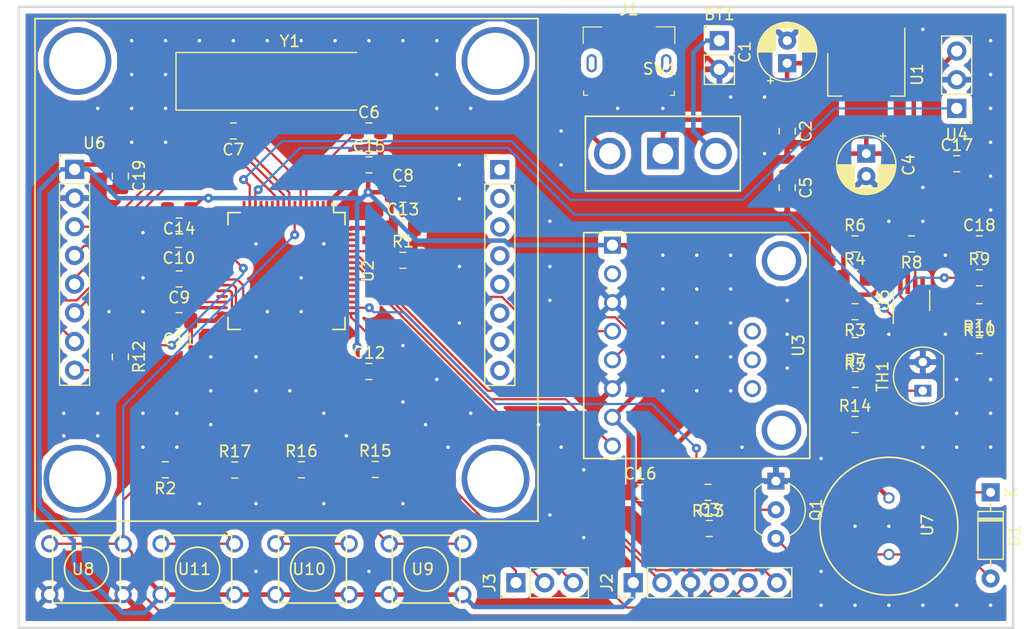
<source format=kicad_pcb>
(kicad_pcb (version 20171130) (host pcbnew "(5.0.2)-1")
  (layers (0 F.Cu signal) (31 B.Cu signal) (34 B.Paste user hide) (35 F.Paste user hide) (36 B.SilkS user) (37 F.SilkS user) (38 B.Mask user hide) (39 F.Mask user hide) (44 Edge.Cuts user))
  (net 0 "")
  (net 1 GND)
  (net 2 +3V3)
  (net 3 /SWCLK)
  (net 4 /SWDIO)
  (net 5 /NRST)
  (net 6 /SWO)
  (net 7 "Net-(U2-Pad2)")
  (net 8 "Net-(U2-Pad3)")
  (net 9 "Net-(U2-Pad4)")
  (net 10 "Net-(U2-Pad11)")
  (net 11 "Net-(U2-Pad16)")
  (net 12 "Net-(U2-Pad17)")
  (net 13 "Net-(U2-Pad20)")
  (net 14 "Net-(U2-Pad24)")
  (net 15 "Net-(U2-Pad25)")
  (net 16 "Net-(U2-Pad29)")
  (net 17 "Net-(U2-Pad33)")
  (net 18 "Net-(U2-Pad34)")
  (net 19 "Net-(U2-Pad35)")
  (net 20 "Net-(U2-Pad36)")
  (net 21 "Net-(U2-Pad37)")
  (net 22 "Net-(U2-Pad38)")
  (net 23 "Net-(U2-Pad39)")
  (net 24 "Net-(U2-Pad40)")
  (net 25 "Net-(U2-Pad44)")
  (net 26 "Net-(U2-Pad45)")
  (net 27 "Net-(U2-Pad51)")
  (net 28 "Net-(U2-Pad52)")
  (net 29 "Net-(U2-Pad53)")
  (net 30 "Net-(U2-Pad54)")
  (net 31 "Net-(U2-Pad56)")
  (net 32 "Net-(U2-Pad61)")
  (net 33 "Net-(U2-Pad62)")
  (net 34 +5V)
  (net 35 "Net-(J1-Pad4)")
  (net 36 /XTAL+)
  (net 37 /XTAL-)
  (net 38 +BATT)
  (net 39 +VIN)
  (net 40 "Net-(C9-Pad1)")
  (net 41 "Net-(D1-Pad1)")
  (net 42 "Net-(D1-Pad2)")
  (net 43 /Data+)
  (net 44 /Data-)
  (net 45 "Net-(Q1-Pad2)")
  (net 46 "Net-(R1-Pad1)")
  (net 47 "/Temp Sensor/WBRIDGE+")
  (net 48 "/Temp Sensor/WBRIDGE-")
  (net 49 "Net-(R7-Pad2)")
  (net 50 "/Temp Sensor/INAMPFB")
  (net 51 /TEMPOUT)
  (net 52 "Net-(R10-Pad2)")
  (net 53 /TIM3_CH1)
  (net 54 /Display/LED)
  (net 55 /PIEZOPWM)
  (net 56 /TIM_START)
  (net 57 /TIM_INC)
  (net 58 /TIM_RES)
  (net 59 /LCD_SCE)
  (net 60 /LCD_RST)
  (net 61 /LCD_DC)
  (net 62 /PULSESIG)
  (net 63 /SPI1_SCK)
  (net 64 /SPI1_MOSI)
  (net 65 /USART1_CK)
  (net 66 /USART1_TX)
  (net 67 /USART1_RX)
  (net 68 /CS_INT)
  (net 69 /I2C1_SCL)
  (net 70 /I2C1_SDA)
  (net 71 "Net-(U3-Pad2)")
  (net 72 "Net-(U5-Pad4)")
  (net 73 "Net-(U5-Pad5)")
  (module PASC1:USB_Micro_B_Female_10118193-0001LF (layer F.Cu) (at 70 19)
    (fp_text reference J1 (at 0 -4.75) (layer F.SilkS))
    (fp_text value USB_B_Micro)
    (pad 3 smd rect (at 0 -2.675) (size 0.4 1.35) (layers F.Cu F.Paste F.Mask) (net 43 /Data+))
    (pad 4 smd rect (at 0.65 -2.675) (size 0.4 1.35) (layers F.Cu F.Paste F.Mask) (net 35 "Net-(J1-Pad4)"))
    (pad 5 smd rect (at 1.3 -2.675) (size 0.4 1.35) (layers F.Cu F.Paste F.Mask) (net 1 GND))
    (pad 2 smd rect (at -0.65 -2.675) (size 0.4 1.35) (layers F.Cu F.Paste F.Mask) (net 44 /Data-))
    (pad 1 smd rect (at -1.3 -2.675) (size 0.4 1.35) (layers F.Cu F.Paste F.Mask) (net 34 +5V))
    (pad "" thru_hole oval (at 3.3 0) (size 0.9 1.6) (drill oval 0.5 1.2) (layers *.Cu *.Mask))
    (pad "" thru_hole oval (at -3.3 0) (size 0.9 1.6) (drill oval 0.5 1.2) (layers *.Cu *.Mask))
    (pad "" smd rect (at -3.2 -2.45) (size 1.6 1.4) (layers F.Cu F.Paste F.Mask))
    (pad "" smd rect (at 3.2 -2.45) (size 1.6 1.4) (layers F.Cu F.Paste F.Mask))
    (pad "" smd rect (at -1.2 0) (size 1.9 1.9) (layers F.Cu F.Paste F.Mask))
    (pad "" smd rect (at 1.2 0) (size 1.9 1.9) (layers F.Cu F.Paste F.Mask))
  )
  (module PASC:Nokia5110 (layer F.Cu) (at 39.7 37.3 270)
    (fp_text reference U6 (at -11.23 17) (layer F.SilkS))
    (fp_text value Nokia5110)
    (pad 8 thru_hole oval (at 8.88 18.75) (size 1.7 1.7) (drill 1) (layers *.Cu *.Mask) (net 54 /Display/LED))
    (pad 7 thru_hole oval (at 6.34 18.75) (size 1.7 1.7) (drill 1) (layers *.Cu *.Mask) (net 63 /SPI1_SCK))
    (pad 6 thru_hole oval (at 3.8 18.75) (size 1.7 1.7) (drill 1) (layers *.Cu *.Mask) (net 64 /SPI1_MOSI))
    (pad 5 thru_hole oval (at 1.26 18.75) (size 1.7 1.7) (drill 1) (layers *.Cu *.Mask) (net 61 /LCD_DC))
    (pad 4 thru_hole oval (at -1.28 18.75) (size 1.7 1.7) (drill 1) (layers *.Cu *.Mask) (net 60 /LCD_RST))
    (pad 3 thru_hole oval (at -3.82 18.75) (size 1.7 1.7) (drill 1) (layers *.Cu *.Mask) (net 59 /LCD_SCE))
    (pad 2 thru_hole oval (at -6.36 18.75) (size 1.7 1.7) (drill 1) (layers *.Cu *.Mask) (net 1 GND))
    (pad 1 thru_hole rect (at -8.9 18.75) (size 1.7 1.7) (drill 1) (layers *.Cu *.Mask) (net 2 +3V3))
    (pad "" thru_hole oval (at -3.79319 -18.875125) (size 1.7 1.7) (drill 1) (layers *.Cu *.Mask))
    (pad "" thru_hole oval (at 1.28681 -18.875125) (size 1.7 1.7) (drill 1) (layers *.Cu *.Mask))
    (pad "" thru_hole oval (at -1.25319 -18.875125) (size 1.7 1.7) (drill 1) (layers *.Cu *.Mask))
    (pad "" thru_hole oval (at 6.36681 -18.875125) (size 1.7 1.7) (drill 1) (layers *.Cu *.Mask))
    (pad "" thru_hole oval (at 3.82681 -18.875125) (size 1.7 1.7) (drill 1) (layers *.Cu *.Mask))
    (pad "" thru_hole oval (at 8.90681 -18.875125) (size 1.7 1.7) (drill 1) (layers *.Cu *.Mask))
    (pad "" thru_hole oval (at -6.33319 -18.875125) (size 1.7 1.7) (drill 1) (layers *.Cu *.Mask))
    (pad "" thru_hole rect (at -8.87319 -18.875125) (size 1.7 1.7) (drill 1) (layers *.Cu *.Mask))
    (pad "" thru_hole circle (at -18.5 18.5 270) (size 6 6) (drill 5) (layers *.Cu *.Mask))
    (pad "" thru_hole circle (at 18.5 18.5 270) (size 6 6) (drill 5) (layers *.Cu *.Mask))
    (pad "" thru_hole circle (at 18.5 -18.5 270) (size 6 6) (drill 5) (layers *.Cu *.Mask))
    (pad "" thru_hole circle (at -18.5 -18.5 270) (size 6 6) (drill 5) (layers *.Cu *.Mask))
  )
  (module Connector_PinHeader_2.54mm:PinHeader_1x02_P2.54mm_Vertical (layer F.Cu) (at 78 17)
    (fp_text reference BT1 (at 0 -2.33) (layer F.SilkS))
    (fp_text value Battery)
    (pad 1 thru_hole rect (at 0 0) (size 1.7 1.7) (drill 1) (layers *.Cu *.Mask) (net 38 +BATT))
    (pad 2 thru_hole oval (at 0 2.54) (size 1.7 1.7) (drill 1) (layers *.Cu *.Mask) (net 1 GND))
  )
  (module Capacitor_THT:CP_Radial_D5.0mm_P2.00mm (layer F.Cu) (at 84 19 90)
    (fp_text reference C1 (at 1 -3.75 90) (layer F.SilkS))
    (fp_text value 10u)
    (pad 2 thru_hole circle (at 2 0 90) (size 1.6 1.6) (drill 0.8) (layers *.Cu *.Mask) (net 1 GND))
    (pad 1 thru_hole rect (at 0 0 90) (size 1.6 1.6) (drill 0.8) (layers *.Cu *.Mask) (net 39 +VIN))
  )
  (module Capacitor_SMD:C_0805_2012Metric_Pad1.15x1.40mm_HandSolder (layer F.Cu) (at 84 25.025 270)
    (fp_text reference C2 (at 0 -1.65 270) (layer F.SilkS))
    (fp_text value 100n)
    (pad 1 smd roundrect (at -1.025 0 270) (size 1.15 1.4) (layers F.Cu F.Paste F.Mask) (roundrect_rratio 0.217391) (net 39 +VIN))
    (pad 2 smd roundrect (at 1.025 0 270) (size 1.15 1.4) (layers F.Cu F.Paste F.Mask) (roundrect_rratio 0.217391) (net 1 GND))
  )
  (module Capacitor_SMD:C_0805_2012Metric_Pad1.15x1.40mm_HandSolder (layer F.Cu) (at 77.1 60.2)
    (fp_text reference C3 (at 0 -1.65) (layer F.SilkS))
    (fp_text value 100n)
    (pad 2 smd roundrect (at 1.025 0) (size 1.15 1.4) (layers F.Cu F.Paste F.Mask) (roundrect_rratio 0.217391) (net 1 GND))
    (pad 1 smd roundrect (at -1.025 0) (size 1.15 1.4) (layers F.Cu F.Paste F.Mask) (roundrect_rratio 0.217391) (net 2 +3V3))
  )
  (module Capacitor_THT:CP_Radial_D5.0mm_P2.00mm (layer F.Cu) (at 91 27 270)
    (fp_text reference C4 (at 1 -3.75 270) (layer F.SilkS))
    (fp_text value 10u)
    (pad 1 thru_hole rect (at 0 0 270) (size 1.6 1.6) (drill 0.8) (layers *.Cu *.Mask) (net 2 +3V3))
    (pad 2 thru_hole circle (at 2 0 270) (size 1.6 1.6) (drill 0.8) (layers *.Cu *.Mask) (net 1 GND))
  )
  (module Capacitor_SMD:C_0805_2012Metric_Pad1.15x1.40mm_HandSolder (layer F.Cu) (at 84 30.025 270)
    (fp_text reference C5 (at 0 -1.65 270) (layer F.SilkS))
    (fp_text value 100n)
    (pad 2 smd roundrect (at 1.025 0 270) (size 1.15 1.4) (layers F.Cu F.Paste F.Mask) (roundrect_rratio 0.217391) (net 1 GND))
    (pad 1 smd roundrect (at -1.025 0 270) (size 1.15 1.4) (layers F.Cu F.Paste F.Mask) (roundrect_rratio 0.217391) (net 2 +3V3))
  )
  (module Capacitor_SMD:C_0805_2012Metric_Pad1.15x1.40mm_HandSolder (layer F.Cu) (at 47 25)
    (fp_text reference C6 (at 0 -1.65) (layer F.SilkS))
    (fp_text value 18p)
    (pad 2 smd roundrect (at 1.025 0) (size 1.15 1.4) (layers F.Cu F.Paste F.Mask) (roundrect_rratio 0.217391) (net 1 GND))
    (pad 1 smd roundrect (at -1.025 0) (size 1.15 1.4) (layers F.Cu F.Paste F.Mask) (roundrect_rratio 0.217391) (net 36 /XTAL+))
  )
  (module Capacitor_SMD:C_0805_2012Metric_Pad1.15x1.40mm_HandSolder (layer F.Cu) (at 35 25 180)
    (fp_text reference C7 (at 0 -1.65 180) (layer F.SilkS))
    (fp_text value 18p)
    (pad 1 smd roundrect (at -1.025 0 180) (size 1.15 1.4) (layers F.Cu F.Paste F.Mask) (roundrect_rratio 0.217391) (net 37 /XTAL-))
    (pad 2 smd roundrect (at 1.025 0 180) (size 1.15 1.4) (layers F.Cu F.Paste F.Mask) (roundrect_rratio 0.217391) (net 1 GND))
  )
  (module Capacitor_SMD:C_0805_2012Metric_Pad1.15x1.40mm_HandSolder (layer F.Cu) (at 50 30.6)
    (fp_text reference C8 (at 0 -1.65) (layer F.SilkS))
    (fp_text value 4.7u)
    (pad 2 smd roundrect (at 1.025 0) (size 1.15 1.4) (layers F.Cu F.Paste F.Mask) (roundrect_rratio 0.217391) (net 1 GND))
    (pad 1 smd roundrect (at -1.025 0) (size 1.15 1.4) (layers F.Cu F.Paste F.Mask) (roundrect_rratio 0.217391) (net 2 +3V3))
  )
  (module Capacitor_SMD:C_0805_2012Metric_Pad1.15x1.40mm_HandSolder (layer F.Cu) (at 30.2 38.1 180)
    (fp_text reference C9 (at 0 -1.65 180) (layer F.SilkS))
    (fp_text value 4.7u)
    (pad 1 smd roundrect (at -1.025 0 180) (size 1.15 1.4) (layers F.Cu F.Paste F.Mask) (roundrect_rratio 0.217391) (net 40 "Net-(C9-Pad1)"))
    (pad 2 smd roundrect (at 1.025 0 180) (size 1.15 1.4) (layers F.Cu F.Paste F.Mask) (roundrect_rratio 0.217391) (net 1 GND))
  )
  (module Capacitor_SMD:C_0805_2012Metric_Pad1.15x1.40mm_HandSolder (layer F.Cu) (at 30.175 34.6 180)
    (fp_text reference C10 (at 0 -1.65 180) (layer F.SilkS))
    (fp_text value 100n)
    (pad 1 smd roundrect (at -1.025 0 180) (size 1.15 1.4) (layers F.Cu F.Paste F.Mask) (roundrect_rratio 0.217391) (net 2 +3V3))
    (pad 2 smd roundrect (at 1.025 0 180) (size 1.15 1.4) (layers F.Cu F.Paste F.Mask) (roundrect_rratio 0.217391) (net 1 GND))
  )
  (module Capacitor_SMD:C_0805_2012Metric_Pad1.15x1.40mm_HandSolder (layer F.Cu) (at 30.2 41.8 180)
    (fp_text reference C11 (at 0 -1.65 180) (layer F.SilkS))
    (fp_text value 100n)
    (pad 1 smd roundrect (at -1.025 0 180) (size 1.15 1.4) (layers F.Cu F.Paste F.Mask) (roundrect_rratio 0.217391) (net 2 +3V3))
    (pad 2 smd roundrect (at 1.025 0 180) (size 1.15 1.4) (layers F.Cu F.Paste F.Mask) (roundrect_rratio 0.217391) (net 1 GND))
  )
  (module Capacitor_SMD:C_0805_2012Metric_Pad1.15x1.40mm_HandSolder (layer F.Cu) (at 47 46.3)
    (fp_text reference C12 (at 0 -1.65) (layer F.SilkS))
    (fp_text value 100n)
    (pad 2 smd roundrect (at 1.025 0) (size 1.15 1.4) (layers F.Cu F.Paste F.Mask) (roundrect_rratio 0.217391) (net 1 GND))
    (pad 1 smd roundrect (at -1.025 0) (size 1.15 1.4) (layers F.Cu F.Paste F.Mask) (roundrect_rratio 0.217391) (net 2 +3V3))
  )
  (module Capacitor_SMD:C_0805_2012Metric_Pad1.15x1.40mm_HandSolder (layer F.Cu) (at 50 33.6)
    (fp_text reference C13 (at 0 -1.65) (layer F.SilkS))
    (fp_text value 100n)
    (pad 1 smd roundrect (at -1.025 0) (size 1.15 1.4) (layers F.Cu F.Paste F.Mask) (roundrect_rratio 0.217391) (net 2 +3V3))
    (pad 2 smd roundrect (at 1.025 0) (size 1.15 1.4) (layers F.Cu F.Paste F.Mask) (roundrect_rratio 0.217391) (net 1 GND))
  )
  (module Capacitor_SMD:C_0805_2012Metric_Pad1.15x1.40mm_HandSolder (layer F.Cu) (at 30.2 32 180)
    (fp_text reference C14 (at 0 -1.65 180) (layer F.SilkS))
    (fp_text value 100n)
    (pad 2 smd roundrect (at 1.025 0 180) (size 1.15 1.4) (layers F.Cu F.Paste F.Mask) (roundrect_rratio 0.217391) (net 1 GND))
    (pad 1 smd roundrect (at -1.025 0 180) (size 1.15 1.4) (layers F.Cu F.Paste F.Mask) (roundrect_rratio 0.217391) (net 2 +3V3))
  )
  (module Capacitor_SMD:C_0805_2012Metric_Pad1.15x1.40mm_HandSolder (layer F.Cu) (at 47 28)
    (fp_text reference C15 (at 0 -1.65) (layer F.SilkS))
    (fp_text value 1u)
    (pad 1 smd roundrect (at -1.025 0) (size 1.15 1.4) (layers F.Cu F.Paste F.Mask) (roundrect_rratio 0.217391) (net 2 +3V3))
    (pad 2 smd roundrect (at 1.025 0) (size 1.15 1.4) (layers F.Cu F.Paste F.Mask) (roundrect_rratio 0.217391) (net 1 GND))
  )
  (module Capacitor_SMD:C_0805_2012Metric_Pad1.15x1.40mm_HandSolder (layer F.Cu) (at 71 57)
    (fp_text reference C16 (at 0 -1.65) (layer F.SilkS))
    (fp_text value 100n)
    (pad 2 smd roundrect (at 1.025 0) (size 1.15 1.4) (layers F.Cu F.Paste F.Mask) (roundrect_rratio 0.217391) (net 1 GND))
    (pad 1 smd roundrect (at -1.025 0) (size 1.15 1.4) (layers F.Cu F.Paste F.Mask) (roundrect_rratio 0.217391) (net 2 +3V3))
  )
  (module Capacitor_SMD:C_0805_2012Metric_Pad1.15x1.40mm_HandSolder (layer F.Cu) (at 99 27.9)
    (fp_text reference C17 (at 0 -1.65) (layer F.SilkS))
    (fp_text value 100n)
    (pad 2 smd roundrect (at 1.025 0) (size 1.15 1.4) (layers F.Cu F.Paste F.Mask) (roundrect_rratio 0.217391) (net 1 GND))
    (pad 1 smd roundrect (at -1.025 0) (size 1.15 1.4) (layers F.Cu F.Paste F.Mask) (roundrect_rratio 0.217391) (net 2 +3V3))
  )
  (module Capacitor_SMD:C_0805_2012Metric_Pad1.15x1.40mm_HandSolder (layer F.Cu) (at 101 35)
    (fp_text reference C18 (at 0 -1.65) (layer F.SilkS))
    (fp_text value 100n)
    (pad 1 smd roundrect (at -1.025 0) (size 1.15 1.4) (layers F.Cu F.Paste F.Mask) (roundrect_rratio 0.217391) (net 2 +3V3))
    (pad 2 smd roundrect (at 1.025 0) (size 1.15 1.4) (layers F.Cu F.Paste F.Mask) (roundrect_rratio 0.217391) (net 1 GND))
  )
  (module Capacitor_SMD:C_0805_2012Metric_Pad1.15x1.40mm_HandSolder (layer F.Cu) (at 25 29 270)
    (fp_text reference C19 (at 0 -1.65 270) (layer F.SilkS))
    (fp_text value 1u)
    (pad 1 smd roundrect (at -1.025 0 270) (size 1.15 1.4) (layers F.Cu F.Paste F.Mask) (roundrect_rratio 0.217391) (net 2 +3V3))
    (pad 2 smd roundrect (at 1.025 0 270) (size 1.15 1.4) (layers F.Cu F.Paste F.Mask) (roundrect_rratio 0.217391) (net 1 GND))
  )
  (module Diode_THT:D_DO-35_SOD27_P7.62mm_Horizontal (layer F.Cu) (at 102 57 270)
    (fp_text reference D1 (at 3.81 -2.12 270) (layer F.SilkS))
    (fp_text value 1N4148)
    (fp_text user K (at 0 -1.8 270) (layer F.SilkS))
    (pad 1 thru_hole rect (at 0 0 270) (size 1.6 1.6) (drill 0.8) (layers *.Cu *.Mask) (net 41 "Net-(D1-Pad1)"))
    (pad 2 thru_hole oval (at 7.62 0 270) (size 1.6 1.6) (drill 0.8) (layers *.Cu *.Mask) (net 42 "Net-(D1-Pad2)"))
  )
  (module Connector_PinHeader_2.54mm:PinHeader_1x06_P2.54mm_Vertical (layer F.Cu) (at 70.38 65 90)
    (fp_text reference J2 (at 0 -2.33 90) (layer F.SilkS))
    (fp_text value "6P Male")
    (pad 1 thru_hole rect (at 0 0 90) (size 1.7 1.7) (drill 1) (layers *.Cu *.Mask) (net 2 +3V3))
    (pad 2 thru_hole oval (at 0 2.54 90) (size 1.7 1.7) (drill 1) (layers *.Cu *.Mask) (net 3 /SWCLK))
    (pad 3 thru_hole oval (at 0 5.08 90) (size 1.7 1.7) (drill 1) (layers *.Cu *.Mask) (net 1 GND))
    (pad 4 thru_hole oval (at 0 7.62 90) (size 1.7 1.7) (drill 1) (layers *.Cu *.Mask) (net 4 /SWDIO))
    (pad 5 thru_hole oval (at 0 10.16 90) (size 1.7 1.7) (drill 1) (layers *.Cu *.Mask) (net 5 /NRST))
    (pad 6 thru_hole oval (at 0 12.7 90) (size 1.7 1.7) (drill 1) (layers *.Cu *.Mask) (net 6 /SWO))
  )
  (module Connector_PinHeader_2.54mm:PinHeader_1x03_P2.54mm_Vertical (layer F.Cu) (at 60 65 90)
    (fp_text reference J3 (at 0 -2.33 90) (layer F.SilkS))
    (fp_text value Conn_01x03_Male)
    (pad 3 thru_hole oval (at 0 5.08 90) (size 1.7 1.7) (drill 1) (layers *.Cu *.Mask) (net 67 /USART1_RX))
    (pad 2 thru_hole oval (at 0 2.54 90) (size 1.7 1.7) (drill 1) (layers *.Cu *.Mask) (net 66 /USART1_TX))
    (pad 1 thru_hole rect (at 0 0 90) (size 1.7 1.7) (drill 1) (layers *.Cu *.Mask) (net 65 /USART1_CK))
  )
  (module Package_TO_SOT_THT:TO-92_Inline_Wide (layer F.Cu) (at 83 56 270)
    (fp_text reference Q1 (at 2.54 -3.56 270) (layer F.SilkS))
    (fp_text value 2N3904)
    (pad 2 thru_hole circle (at 2.54 0) (size 1.5 1.5) (drill 0.8) (layers *.Cu *.Mask) (net 45 "Net-(Q1-Pad2)"))
    (pad 3 thru_hole circle (at 5.08 0) (size 1.5 1.5) (drill 0.8) (layers *.Cu *.Mask) (net 42 "Net-(D1-Pad2)"))
    (pad 1 thru_hole rect (at 0 0) (size 1.5 1.5) (drill 0.8) (layers *.Cu *.Mask) (net 1 GND))
  )
  (module Resistor_SMD:R_0805_2012Metric_Pad1.15x1.40mm_HandSolder (layer F.Cu) (at 50 36.45)
    (fp_text reference R1 (at 0 -1.65) (layer F.SilkS))
    (fp_text value 10k)
    (pad 1 smd roundrect (at -1.025 0) (size 1.15 1.4) (layers F.Cu F.Paste F.Mask) (roundrect_rratio 0.217391) (net 46 "Net-(R1-Pad1)"))
    (pad 2 smd roundrect (at 1.025 0) (size 1.15 1.4) (layers F.Cu F.Paste F.Mask) (roundrect_rratio 0.217391) (net 1 GND))
  )
  (module Resistor_SMD:R_0805_2012Metric_Pad1.15x1.40mm_HandSolder (layer F.Cu) (at 28.975 55 180)
    (fp_text reference R2 (at 0 -1.65 180) (layer F.SilkS))
    (fp_text value 10k)
    (pad 2 smd roundrect (at 1.025 0 180) (size 1.15 1.4) (layers F.Cu F.Paste F.Mask) (roundrect_rratio 0.217391) (net 5 /NRST))
    (pad 1 smd roundrect (at -1.025 0 180) (size 1.15 1.4) (layers F.Cu F.Paste F.Mask) (roundrect_rratio 0.217391) (net 2 +3V3))
  )
  (module Resistor_SMD:R_0805_2012Metric_Pad1.15x1.40mm_HandSolder (layer F.Cu) (at 90 41 180)
    (fp_text reference R3 (at 0 -1.65 180) (layer F.SilkS))
    (fp_text value 8.2k)
    (pad 1 smd roundrect (at -1.025 0 180) (size 1.15 1.4) (layers F.Cu F.Paste F.Mask) (roundrect_rratio 0.217391) (net 47 "/Temp Sensor/WBRIDGE+"))
    (pad 2 smd roundrect (at 1.025 0 180) (size 1.15 1.4) (layers F.Cu F.Paste F.Mask) (roundrect_rratio 0.217391) (net 2 +3V3))
  )
  (module Resistor_SMD:R_0805_2012Metric_Pad1.15x1.40mm_HandSolder (layer F.Cu) (at 89.975 38)
    (fp_text reference R4 (at 0 -1.65) (layer F.SilkS))
    (fp_text value 8.2k)
    (pad 1 smd roundrect (at -1.025 0) (size 1.15 1.4) (layers F.Cu F.Paste F.Mask) (roundrect_rratio 0.217391) (net 2 +3V3))
    (pad 2 smd roundrect (at 1.025 0) (size 1.15 1.4) (layers F.Cu F.Paste F.Mask) (roundrect_rratio 0.217391) (net 48 "/Temp Sensor/WBRIDGE-"))
  )
  (module Resistor_SMD:R_0805_2012Metric_Pad1.15x1.40mm_HandSolder (layer F.Cu) (at 90 44 180)
    (fp_text reference R5 (at 0 -1.65 180) (layer F.SilkS))
    (fp_text value 270k)
    (pad 2 smd roundrect (at 1.025 0 180) (size 1.15 1.4) (layers F.Cu F.Paste F.Mask) (roundrect_rratio 0.217391) (net 2 +3V3))
    (pad 1 smd roundrect (at -1.025 0 180) (size 1.15 1.4) (layers F.Cu F.Paste F.Mask) (roundrect_rratio 0.217391) (net 47 "/Temp Sensor/WBRIDGE+"))
  )
  (module Resistor_SMD:R_0805_2012Metric_Pad1.15x1.40mm_HandSolder (layer F.Cu) (at 90 35)
    (fp_text reference R6 (at 0 -1.65) (layer F.SilkS))
    (fp_text value 270k)
    (pad 1 smd roundrect (at -1.025 0) (size 1.15 1.4) (layers F.Cu F.Paste F.Mask) (roundrect_rratio 0.217391) (net 2 +3V3))
    (pad 2 smd roundrect (at 1.025 0) (size 1.15 1.4) (layers F.Cu F.Paste F.Mask) (roundrect_rratio 0.217391) (net 48 "/Temp Sensor/WBRIDGE-"))
  )
  (module Resistor_SMD:R_0805_2012Metric_Pad1.15x1.40mm_HandSolder (layer F.Cu) (at 90.025 47)
    (fp_text reference R7 (at 0 -1.65) (layer F.SilkS))
    (fp_text value 1k)
    (pad 2 smd roundrect (at 1.025 0) (size 1.15 1.4) (layers F.Cu F.Paste F.Mask) (roundrect_rratio 0.217391) (net 49 "Net-(R7-Pad2)"))
    (pad 1 smd roundrect (at -1.025 0) (size 1.15 1.4) (layers F.Cu F.Paste F.Mask) (roundrect_rratio 0.217391) (net 47 "/Temp Sensor/WBRIDGE+"))
  )
  (module Resistor_SMD:R_0805_2012Metric_Pad1.15x1.40mm_HandSolder (layer F.Cu) (at 95 35 180)
    (fp_text reference R8 (at 0 -1.65 180) (layer F.SilkS))
    (fp_text value 1.8k)
    (pad 2 smd roundrect (at 1.025 0 180) (size 1.15 1.4) (layers F.Cu F.Paste F.Mask) (roundrect_rratio 0.217391) (net 48 "/Temp Sensor/WBRIDGE-"))
    (pad 1 smd roundrect (at -1.025 0 180) (size 1.15 1.4) (layers F.Cu F.Paste F.Mask) (roundrect_rratio 0.217391) (net 1 GND))
  )
  (module Resistor_SMD:R_0805_2012Metric_Pad1.15x1.40mm_HandSolder (layer F.Cu) (at 101 38)
    (fp_text reference R9 (at 0 -1.65) (layer F.SilkS))
    (fp_text value 100k)
    (pad 2 smd roundrect (at 1.025 0) (size 1.15 1.4) (layers F.Cu F.Paste F.Mask) (roundrect_rratio 0.217391) (net 50 "/Temp Sensor/INAMPFB"))
    (pad 1 smd roundrect (at -1.025 0) (size 1.15 1.4) (layers F.Cu F.Paste F.Mask) (roundrect_rratio 0.217391) (net 51 /TEMPOUT))
  )
  (module Resistor_SMD:R_0805_2012Metric_Pad1.15x1.40mm_HandSolder (layer F.Cu) (at 101 41 180)
    (fp_text reference R10 (at 0 -1.65 180) (layer F.SilkS))
    (fp_text value 2.7k)
    (pad 1 smd roundrect (at -1.025 0 180) (size 1.15 1.4) (layers F.Cu F.Paste F.Mask) (roundrect_rratio 0.217391) (net 50 "/Temp Sensor/INAMPFB"))
    (pad 2 smd roundrect (at 1.025 0 180) (size 1.15 1.4) (layers F.Cu F.Paste F.Mask) (roundrect_rratio 0.217391) (net 52 "Net-(R10-Pad2)"))
  )
  (module Resistor_SMD:R_0805_2012Metric_Pad1.15x1.40mm_HandSolder (layer F.Cu) (at 101 44)
    (fp_text reference R11 (at 0 -1.65) (layer F.SilkS))
    (fp_text value 820)
    (pad 2 smd roundrect (at 1.025 0) (size 1.15 1.4) (layers F.Cu F.Paste F.Mask) (roundrect_rratio 0.217391) (net 1 GND))
    (pad 1 smd roundrect (at -1.025 0) (size 1.15 1.4) (layers F.Cu F.Paste F.Mask) (roundrect_rratio 0.217391) (net 52 "Net-(R10-Pad2)"))
  )
  (module Resistor_SMD:R_0805_2012Metric_Pad1.15x1.40mm_HandSolder (layer F.Cu) (at 25 45 270)
    (fp_text reference R12 (at 0 -1.65 270) (layer F.SilkS))
    (fp_text value 330)
    (pad 1 smd roundrect (at -1.025 0 270) (size 1.15 1.4) (layers F.Cu F.Paste F.Mask) (roundrect_rratio 0.217391) (net 53 /TIM3_CH1))
    (pad 2 smd roundrect (at 1.025 0 270) (size 1.15 1.4) (layers F.Cu F.Paste F.Mask) (roundrect_rratio 0.217391) (net 54 /Display/LED))
  )
  (module Resistor_SMD:R_0805_2012Metric_Pad1.15x1.40mm_HandSolder (layer F.Cu) (at 77 57 180)
    (fp_text reference R13 (at 0 -1.65 180) (layer F.SilkS))
    (fp_text value 1k)
    (pad 1 smd roundrect (at -1.025 0 180) (size 1.15 1.4) (layers F.Cu F.Paste F.Mask) (roundrect_rratio 0.217391) (net 45 "Net-(Q1-Pad2)"))
    (pad 2 smd roundrect (at 1.025 0 180) (size 1.15 1.4) (layers F.Cu F.Paste F.Mask) (roundrect_rratio 0.217391) (net 55 /PIEZOPWM))
  )
  (module Resistor_SMD:R_0805_2012Metric_Pad1.15x1.40mm_HandSolder (layer F.Cu) (at 90 51)
    (fp_text reference R14 (at 0 -1.65) (layer F.SilkS))
    (fp_text value 1k)
    (pad 2 smd roundrect (at 1.025 0) (size 1.15 1.4) (layers F.Cu F.Paste F.Mask) (roundrect_rratio 0.217391) (net 41 "Net-(D1-Pad1)"))
    (pad 1 smd roundrect (at -1.025 0) (size 1.15 1.4) (layers F.Cu F.Paste F.Mask) (roundrect_rratio 0.217391) (net 2 +3V3))
  )
  (module Resistor_SMD:R_0805_2012Metric_Pad1.15x1.40mm_HandSolder (layer F.Cu) (at 47.55 54.975)
    (fp_text reference R15 (at 0 -1.65) (layer F.SilkS))
    (fp_text value 1k)
    (pad 1 smd roundrect (at -1.025 0) (size 1.15 1.4) (layers F.Cu F.Paste F.Mask) (roundrect_rratio 0.217391) (net 56 /TIM_START))
    (pad 2 smd roundrect (at 1.025 0) (size 1.15 1.4) (layers F.Cu F.Paste F.Mask) (roundrect_rratio 0.217391) (net 1 GND))
  )
  (module Resistor_SMD:R_0805_2012Metric_Pad1.15x1.40mm_HandSolder (layer F.Cu) (at 41.025 55)
    (fp_text reference R16 (at 0 -1.65) (layer F.SilkS))
    (fp_text value 1k)
    (pad 2 smd roundrect (at 1.025 0) (size 1.15 1.4) (layers F.Cu F.Paste F.Mask) (roundrect_rratio 0.217391) (net 1 GND))
    (pad 1 smd roundrect (at -1.025 0) (size 1.15 1.4) (layers F.Cu F.Paste F.Mask) (roundrect_rratio 0.217391) (net 57 /TIM_INC))
  )
  (module Resistor_SMD:R_0805_2012Metric_Pad1.15x1.40mm_HandSolder (layer F.Cu) (at 35.125 55.025)
    (fp_text reference R17 (at 0 -1.65) (layer F.SilkS))
    (fp_text value 1k)
    (pad 1 smd roundrect (at -1.025 0) (size 1.15 1.4) (layers F.Cu F.Paste F.Mask) (roundrect_rratio 0.217391) (net 58 /TIM_RES))
    (pad 2 smd roundrect (at 1.025 0) (size 1.15 1.4) (layers F.Cu F.Paste F.Mask) (roundrect_rratio 0.217391) (net 1 GND))
  )
  (module Package_TO_SOT_THT:TO-92-2 (layer F.Cu) (at 96 48 90)
    (fp_text reference TH1 (at 1.27 -3.56 90) (layer F.SilkS))
    (fp_text value PT1000)
    (pad 2 thru_hole oval (at 2.54 0 90) (size 1.05 1.5) (drill 0.75) (layers *.Cu *.Mask) (net 1 GND))
    (pad 1 thru_hole rect (at 0 0 90) (size 1.05 1.5) (drill 0.75) (layers *.Cu *.Mask) (net 49 "Net-(R7-Pad2)"))
  )
  (module Package_TO_SOT_SMD:SOT-223-3_TabPin2 (layer F.Cu) (at 91 20 270)
    (fp_text reference U1 (at 0 -4.5 270) (layer F.SilkS))
    (fp_text value NCP1117-3.3_SOT223)
    (pad 2 smd rect (at 3.15 0 270) (size 2 3.8) (layers F.Cu F.Paste F.Mask) (net 2 +3V3))
    (pad 2 smd rect (at -3.15 0 270) (size 2 1.5) (layers F.Cu F.Paste F.Mask) (net 2 +3V3))
    (pad 3 smd rect (at -3.15 2.3 270) (size 2 1.5) (layers F.Cu F.Paste F.Mask) (net 39 +VIN))
    (pad 1 smd rect (at -3.15 -2.3 270) (size 2 1.5) (layers F.Cu F.Paste F.Mask) (net 1 GND))
  )
  (module Package_QFP:LQFP-64_10x10mm_P0.5mm (layer F.Cu) (at 39.7 37.4 270)
    (fp_text reference U2 (at 0 -7.2 270) (layer F.SilkS))
    (fp_text value STM32F411RETx)
    (pad 1 smd rect (at -5.7 -3.75 270) (size 1 0.25) (layers F.Cu F.Paste F.Mask) (net 2 +3V3))
    (pad 2 smd rect (at -5.7 -3.25 270) (size 1 0.25) (layers F.Cu F.Paste F.Mask) (net 7 "Net-(U2-Pad2)"))
    (pad 3 smd rect (at -5.7 -2.75 270) (size 1 0.25) (layers F.Cu F.Paste F.Mask) (net 8 "Net-(U2-Pad3)"))
    (pad 4 smd rect (at -5.7 -2.25 270) (size 1 0.25) (layers F.Cu F.Paste F.Mask) (net 9 "Net-(U2-Pad4)"))
    (pad 5 smd rect (at -5.7 -1.75 270) (size 1 0.25) (layers F.Cu F.Paste F.Mask) (net 36 /XTAL+))
    (pad 6 smd rect (at -5.7 -1.25 270) (size 1 0.25) (layers F.Cu F.Paste F.Mask) (net 37 /XTAL-))
    (pad 7 smd rect (at -5.7 -0.75 270) (size 1 0.25) (layers F.Cu F.Paste F.Mask) (net 5 /NRST))
    (pad 8 smd rect (at -5.7 -0.25 270) (size 1 0.25) (layers F.Cu F.Paste F.Mask) (net 59 /LCD_SCE))
    (pad 9 smd rect (at -5.7 0.25 270) (size 1 0.25) (layers F.Cu F.Paste F.Mask) (net 60 /LCD_RST))
    (pad 10 smd rect (at -5.7 0.75 270) (size 1 0.25) (layers F.Cu F.Paste F.Mask) (net 61 /LCD_DC))
    (pad 11 smd rect (at -5.7 1.25 270) (size 1 0.25) (layers F.Cu F.Paste F.Mask) (net 10 "Net-(U2-Pad11)"))
    (pad 12 smd rect (at -5.7 1.75 270) (size 1 0.25) (layers F.Cu F.Paste F.Mask) (net 1 GND))
    (pad 13 smd rect (at -5.7 2.25 270) (size 1 0.25) (layers F.Cu F.Paste F.Mask) (net 2 +3V3))
    (pad 14 smd rect (at -5.7 2.75 270) (size 1 0.25) (layers F.Cu F.Paste F.Mask) (net 51 /TEMPOUT))
    (pad 15 smd rect (at -5.7 3.25 270) (size 1 0.25) (layers F.Cu F.Paste F.Mask) (net 62 /PULSESIG))
    (pad 16 smd rect (at -5.7 3.75 270) (size 1 0.25) (layers F.Cu F.Paste F.Mask) (net 11 "Net-(U2-Pad16)"))
    (pad 17 smd rect (at -3.75 5.7) (size 1 0.25) (layers F.Cu F.Paste F.Mask) (net 12 "Net-(U2-Pad17)"))
    (pad 18 smd rect (at -3.25 5.7) (size 1 0.25) (layers F.Cu F.Paste F.Mask) (net 1 GND))
    (pad 19 smd rect (at -2.75 5.7) (size 1 0.25) (layers F.Cu F.Paste F.Mask) (net 2 +3V3))
    (pad 20 smd rect (at -2.25 5.7) (size 1 0.25) (layers F.Cu F.Paste F.Mask) (net 13 "Net-(U2-Pad20)"))
    (pad 21 smd rect (at -1.75 5.7) (size 1 0.25) (layers F.Cu F.Paste F.Mask) (net 63 /SPI1_SCK))
    (pad 22 smd rect (at -1.25 5.7) (size 1 0.25) (layers F.Cu F.Paste F.Mask) (net 53 /TIM3_CH1))
    (pad 23 smd rect (at -0.75 5.7) (size 1 0.25) (layers F.Cu F.Paste F.Mask) (net 64 /SPI1_MOSI))
    (pad 24 smd rect (at -0.25 5.7) (size 1 0.25) (layers F.Cu F.Paste F.Mask) (net 14 "Net-(U2-Pad24)"))
    (pad 25 smd rect (at 0.25 5.7) (size 1 0.25) (layers F.Cu F.Paste F.Mask) (net 15 "Net-(U2-Pad25)"))
    (pad 26 smd rect (at 0.75 5.7) (size 1 0.25) (layers F.Cu F.Paste F.Mask) (net 56 /TIM_START))
    (pad 27 smd rect (at 1.25 5.7) (size 1 0.25) (layers F.Cu F.Paste F.Mask) (net 57 /TIM_INC))
    (pad 28 smd rect (at 1.75 5.7) (size 1 0.25) (layers F.Cu F.Paste F.Mask) (net 58 /TIM_RES))
    (pad 29 smd rect (at 2.25 5.7) (size 1 0.25) (layers F.Cu F.Paste F.Mask) (net 16 "Net-(U2-Pad29)"))
    (pad 30 smd rect (at 2.75 5.7) (size 1 0.25) (layers F.Cu F.Paste F.Mask) (net 40 "Net-(C9-Pad1)"))
    (pad 31 smd rect (at 3.25 5.7) (size 1 0.25) (layers F.Cu F.Paste F.Mask) (net 1 GND))
    (pad 32 smd rect (at 3.75 5.7) (size 1 0.25) (layers F.Cu F.Paste F.Mask) (net 2 +3V3))
    (pad 33 smd rect (at 5.7 3.75 270) (size 1 0.25) (layers F.Cu F.Paste F.Mask) (net 17 "Net-(U2-Pad33)"))
    (pad 34 smd rect (at 5.7 3.25 270) (size 1 0.25) (layers F.Cu F.Paste F.Mask) (net 18 "Net-(U2-Pad34)"))
    (pad 35 smd rect (at 5.7 2.75 270) (size 1 0.25) (layers F.Cu F.Paste F.Mask) (net 19 "Net-(U2-Pad35)"))
    (pad 36 smd rect (at 5.7 2.25 270) (size 1 0.25) (layers F.Cu F.Paste F.Mask) (net 20 "Net-(U2-Pad36)"))
    (pad 37 smd rect (at 5.7 1.75 270) (size 1 0.25) (layers F.Cu F.Paste F.Mask) (net 21 "Net-(U2-Pad37)"))
    (pad 38 smd rect (at 5.7 1.25 270) (size 1 0.25) (layers F.Cu F.Paste F.Mask) (net 22 "Net-(U2-Pad38)"))
    (pad 39 smd rect (at 5.7 0.75 270) (size 1 0.25) (layers F.Cu F.Paste F.Mask) (net 23 "Net-(U2-Pad39)"))
    (pad 40 smd rect (at 5.7 0.25 270) (size 1 0.25) (layers F.Cu F.Paste F.Mask) (net 24 "Net-(U2-Pad40)"))
    (pad 41 smd rect (at 5.7 -0.25 270) (size 1 0.25) (layers F.Cu F.Paste F.Mask) (net 65 /USART1_CK))
    (pad 42 smd rect (at 5.7 -0.75 270) (size 1 0.25) (layers F.Cu F.Paste F.Mask) (net 66 /USART1_TX))
    (pad 43 smd rect (at 5.7 -1.25 270) (size 1 0.25) (layers F.Cu F.Paste F.Mask) (net 67 /USART1_RX))
    (pad 44 smd rect (at 5.7 -1.75 270) (size 1 0.25) (layers F.Cu F.Paste F.Mask) (net 25 "Net-(U2-Pad44)"))
    (pad 45 smd rect (at 5.7 -2.25 270) (size 1 0.25) (layers F.Cu F.Paste F.Mask) (net 26 "Net-(U2-Pad45)"))
    (pad 46 smd rect (at 5.7 -2.75 270) (size 1 0.25) (layers F.Cu F.Paste F.Mask) (net 4 /SWDIO))
    (pad 47 smd rect (at 5.7 -3.25 270) (size 1 0.25) (layers F.Cu F.Paste F.Mask) (net 1 GND))
    (pad 48 smd rect (at 5.7 -3.75 270) (size 1 0.25) (layers F.Cu F.Paste F.Mask) (net 2 +3V3))
    (pad 49 smd rect (at 3.75 -5.7) (size 1 0.25) (layers F.Cu F.Paste F.Mask) (net 3 /SWCLK))
    (pad 50 smd rect (at 3.25 -5.7) (size 1 0.25) (layers F.Cu F.Paste F.Mask) (net 55 /PIEZOPWM))
    (pad 51 smd rect (at 2.75 -5.7) (size 1 0.25) (layers F.Cu F.Paste F.Mask) (net 27 "Net-(U2-Pad51)"))
    (pad 52 smd rect (at 2.25 -5.7) (size 1 0.25) (layers F.Cu F.Paste F.Mask) (net 28 "Net-(U2-Pad52)"))
    (pad 53 smd rect (at 1.75 -5.7) (size 1 0.25) (layers F.Cu F.Paste F.Mask) (net 29 "Net-(U2-Pad53)"))
    (pad 54 smd rect (at 1.25 -5.7) (size 1 0.25) (layers F.Cu F.Paste F.Mask) (net 30 "Net-(U2-Pad54)"))
    (pad 55 smd rect (at 0.75 -5.7) (size 1 0.25) (layers F.Cu F.Paste F.Mask) (net 6 /SWO))
    (pad 56 smd rect (at 0.25 -5.7) (size 1 0.25) (layers F.Cu F.Paste F.Mask) (net 31 "Net-(U2-Pad56)"))
    (pad 57 smd rect (at -0.25 -5.7) (size 1 0.25) (layers F.Cu F.Paste F.Mask) (net 68 /CS_INT))
    (pad 58 smd rect (at -0.75 -5.7) (size 1 0.25) (layers F.Cu F.Paste F.Mask) (net 69 /I2C1_SCL))
    (pad 59 smd rect (at -1.25 -5.7) (size 1 0.25) (layers F.Cu F.Paste F.Mask) (net 70 /I2C1_SDA))
    (pad 60 smd rect (at -1.75 -5.7) (size 1 0.25) (layers F.Cu F.Paste F.Mask) (net 46 "Net-(R1-Pad1)"))
    (pad 61 smd rect (at -2.25 -5.7) (size 1 0.25) (layers F.Cu F.Paste F.Mask) (net 32 "Net-(U2-Pad61)"))
    (pad 62 smd rect (at -2.75 -5.7) (size 1 0.25) (layers F.Cu F.Paste F.Mask) (net 33 "Net-(U2-Pad62)"))
    (pad 63 smd rect (at -3.25 -5.7) (size 1 0.25) (layers F.Cu F.Paste F.Mask) (net 1 GND))
    (pad 64 smd rect (at -3.75 -5.7) (size 1 0.25) (layers F.Cu F.Paste F.Mask) (net 2 +3V3))
  )
  (module PASC:LIS3DH (layer F.Cu) (at 76 44 270)
    (fp_text reference U3 (at 0 -9 270) (layer F.SilkS))
    (fp_text value lis3dh_board)
    (pad "" thru_hole circle (at -7.5 -7.5 270) (size 3.5 3.5) (drill 2.54) (layers *.Cu *.Mask))
    (pad "" thru_hole circle (at 7.5 -7.5 270) (size 3.5 3.5) (drill 2.54) (layers *.Cu *.Mask))
    (pad 1 thru_hole rect (at -8.89 7.46 270) (size 1.5 1.5) (drill 1) (layers *.Cu *.Mask) (net 2 +3V3))
    (pad 2 thru_hole circle (at -6.35 7.46 270) (size 1.5 1.5) (drill 1) (layers *.Cu *.Mask) (net 71 "Net-(U3-Pad2)"))
    (pad 3 thru_hole circle (at -3.81 7.46 270) (size 1.5 1.5) (drill 1) (layers *.Cu *.Mask) (net 1 GND))
    (pad 4 thru_hole circle (at -1.27 7.46 270) (size 1.5 1.5) (drill 1) (layers *.Cu *.Mask) (net 69 /I2C1_SCL))
    (pad 5 thru_hole circle (at 1.27 7.46 270) (size 1.5 1.5) (drill 1) (layers *.Cu *.Mask) (net 70 /I2C1_SDA))
    (pad 6 thru_hole circle (at 3.81 7.46 270) (size 1.5 1.5) (drill 1) (layers *.Cu *.Mask) (net 1 GND))
    (pad 7 thru_hole circle (at 6.35 7.46 270) (size 1.5 1.5) (drill 1) (layers *.Cu *.Mask) (net 2 +3V3))
    (pad 8 thru_hole circle (at 8.89 7.46 270) (size 1.5 1.5) (drill 1) (layers *.Cu *.Mask) (net 68 /CS_INT))
    (pad 9 thru_hole circle (at -1.27 -4.92 270) (size 1.5 1.5) (drill 1) (layers *.Cu *.Mask))
    (pad 10 thru_hole circle (at 1.27 -4.91 270) (size 1.5 1.5) (drill 1) (layers *.Cu *.Mask))
    (pad 11 thru_hole circle (at 3.81 -4.92 270) (size 1.5 1.5) (drill 1) (layers *.Cu *.Mask))
  )
  (module Connector_PinHeader_2.54mm:PinHeader_1x03_P2.54mm_Vertical (layer F.Cu) (at 99 23 180)
    (fp_text reference U4 (at 0 -2.33 180) (layer F.SilkS))
    (fp_text value Pulse_sensor)
    (pad 1 thru_hole rect (at 0 0 180) (size 1.7 1.7) (drill 1) (layers *.Cu *.Mask) (net 62 /PULSESIG))
    (pad 2 thru_hole oval (at 0 2.54 180) (size 1.7 1.7) (drill 1) (layers *.Cu *.Mask) (net 1 GND))
    (pad 3 thru_hole oval (at 0 5.08 180) (size 1.7 1.7) (drill 1) (layers *.Cu *.Mask) (net 2 +3V3))
  )
  (module Package_TO_SOT_SMD:SOT-23-8_Handsoldering (layer F.Cu) (at 95 40 90)
    (fp_text reference U5 (at 0 -2.5 90) (layer F.SilkS))
    (fp_text value MAX4460ESA+)
    (pad 1 smd rect (at -1.35 -0.98 90) (size 1.56 0.4) (layers F.Cu F.Paste F.Mask) (net 51 /TEMPOUT))
    (pad 2 smd rect (at -1.35 -0.33 90) (size 1.56 0.4) (layers F.Cu F.Paste F.Mask) (net 1 GND))
    (pad 3 smd rect (at -1.35 0.33 90) (size 1.56 0.4) (layers F.Cu F.Paste F.Mask) (net 47 "/Temp Sensor/WBRIDGE+"))
    (pad 4 smd rect (at -1.35 0.98 90) (size 1.56 0.4) (layers F.Cu F.Paste F.Mask) (net 72 "Net-(U5-Pad4)"))
    (pad 5 smd rect (at 1.35 0.98 90) (size 1.56 0.4) (layers F.Cu F.Paste F.Mask) (net 73 "Net-(U5-Pad5)"))
    (pad 6 smd rect (at 1.35 0.33 90) (size 1.56 0.4) (layers F.Cu F.Paste F.Mask) (net 48 "/Temp Sensor/WBRIDGE-"))
    (pad 7 smd rect (at 1.35 -0.33 90) (size 1.56 0.4) (layers F.Cu F.Paste F.Mask) (net 2 +3V3))
    (pad 8 smd rect (at 1.35 -0.98 90) (size 1.56 0.4) (layers F.Cu F.Paste F.Mask) (net 50 "/Temp Sensor/INAMPFB"))
  )
  (module PASC:Piezo (layer F.Cu) (at 93 60 270)
    (fp_text reference U7 (at -0.1 -3.4 270) (layer F.SilkS))
    (fp_text value piezo)
    (pad 1 thru_hole circle (at -2.5 0 270) (size 1 1) (drill 0.65) (layers *.Cu *.Mask) (net 2 +3V3))
    (pad 2 thru_hole circle (at 2.5 0 270) (size 1 1) (drill 0.65) (layers *.Cu *.Mask) (net 42 "Net-(D1-Pad2)"))
  )
  (module PASC:Momentswitch (layer F.Cu) (at 22 63.8 180)
    (fp_text reference U8 (at 0.3 0 180) (layer F.SilkS))
    (fp_text value MomentSwitch)
    (pad 1 thru_hole circle (at -3.25 -2.25 180) (size 1.524 1.524) (drill 1) (layers *.Cu *.Mask) (net 1 GND))
    (pad 2 thru_hole circle (at 3.25 -2.25 180) (size 1.524 1.524) (drill 1) (layers *.Cu *.Mask) (net 1 GND))
    (pad 3 thru_hole circle (at -3.25 2.25 180) (size 1.524 1.524) (drill 1) (layers *.Cu *.Mask) (net 5 /NRST))
    (pad 4 thru_hole circle (at 3.25 2.25 180) (size 1.524 1.524) (drill 1) (layers *.Cu *.Mask) (net 5 /NRST))
  )
  (module PASC:Momentswitch (layer F.Cu) (at 52.05 63.8 180)
    (fp_text reference U9 (at 0.3 0 180) (layer F.SilkS))
    (fp_text value MomentSwitch)
    (pad 4 thru_hole circle (at 3.25 2.25 180) (size 1.524 1.524) (drill 1) (layers *.Cu *.Mask) (net 56 /TIM_START))
    (pad 3 thru_hole circle (at -3.25 2.25 180) (size 1.524 1.524) (drill 1) (layers *.Cu *.Mask) (net 56 /TIM_START))
    (pad 2 thru_hole circle (at 3.25 -2.25 180) (size 1.524 1.524) (drill 1) (layers *.Cu *.Mask) (net 2 +3V3))
    (pad 1 thru_hole circle (at -3.25 -2.25 180) (size 1.524 1.524) (drill 1) (layers *.Cu *.Mask) (net 2 +3V3))
  )
  (module PASC:Momentswitch (layer F.Cu) (at 42 63.8 180)
    (fp_text reference U10 (at 0.3 0 180) (layer F.SilkS))
    (fp_text value MomentSwitch)
    (pad 1 thru_hole circle (at -3.25 -2.25 180) (size 1.524 1.524) (drill 1) (layers *.Cu *.Mask) (net 2 +3V3))
    (pad 2 thru_hole circle (at 3.25 -2.25 180) (size 1.524 1.524) (drill 1) (layers *.Cu *.Mask) (net 2 +3V3))
    (pad 3 thru_hole circle (at -3.25 2.25 180) (size 1.524 1.524) (drill 1) (layers *.Cu *.Mask) (net 57 /TIM_INC))
    (pad 4 thru_hole circle (at 3.25 2.25 180) (size 1.524 1.524) (drill 1) (layers *.Cu *.Mask) (net 57 /TIM_INC))
  )
  (module PASC:Momentswitch (layer F.Cu) (at 31.85 63.8 180)
    (fp_text reference U11 (at 0.3 0 180) (layer F.SilkS))
    (fp_text value MomentSwitch)
    (pad 4 thru_hole circle (at 3.25 2.25 180) (size 1.524 1.524) (drill 1) (layers *.Cu *.Mask) (net 58 /TIM_RES))
    (pad 3 thru_hole circle (at -3.25 2.25 180) (size 1.524 1.524) (drill 1) (layers *.Cu *.Mask) (net 58 /TIM_RES))
    (pad 2 thru_hole circle (at 3.25 -2.25 180) (size 1.524 1.524) (drill 1) (layers *.Cu *.Mask) (net 2 +3V3))
    (pad 1 thru_hole circle (at -3.25 -2.25 180) (size 1.524 1.524) (drill 1) (layers *.Cu *.Mask) (net 2 +3V3))
  )
  (module Crystal:Crystal_SMD_HC49-SD_HandSoldering (layer F.Cu) (at 40 20.6)
    (fp_text reference Y1 (at 0 -3.55) (layer F.SilkS))
    (fp_text value 8MHz)
    (pad 1 smd rect (at -5.9375 0) (size 7.875 2) (layers F.Cu F.Paste F.Mask) (net 37 /XTAL-))
    (pad 2 smd rect (at 5.9375 0) (size 7.875 2) (layers F.Cu F.Paste F.Mask) (net 36 /XTAL+))
  )
  (module PASC1:SPDT-100 (layer F.Cu) (at 73 27 180)
    (fp_text reference SW1 (at 0.25 7.5 180) (layer F.SilkS))
    (fp_text value SW_SPDT)
    (pad 1 thru_hole circle (at -4.7 0 180) (size 2.8 2.8) (drill 1.85) (layers *.Cu *.Mask) (net 38 +BATT))
    (pad 2 thru_hole rect (at 0 0 180) (size 2.8 2.8) (drill 1.85) (layers *.Cu *.Mask) (net 39 +VIN))
    (pad 3 thru_hole circle (at 4.7 0 180) (size 2.8 2.8) (drill 1.85) (layers *.Cu *.Mask) (net 34 +5V))
  )
  (gr_line (start 16 69) (end 16 14) (layer Edge.Cuts) (width 0.2))
  (gr_line (start 104 69) (end 16 69) (layer Edge.Cuts) (width 0.2))
  (gr_line (start 104 14) (end 104 69) (layer Edge.Cuts) (width 0.2))
  (gr_line (start 16 14) (end 104 14) (layer Edge.Cuts) (width 0.2))
  (via (at 23 23) (size 0.8) (drill 0.3) (layers F.Cu B.Cu) (net 1))
  (via (at 26 23) (size 0.8) (drill 0.3) (layers F.Cu B.Cu) (net 1))
  (via (at 23 26) (size 0.8) (drill 0.3) (layers F.Cu B.Cu) (net 1))
  (via (at 26 26) (size 0.8) (drill 0.3) (layers F.Cu B.Cu) (net 1))
  (via (at 29 26) (size 0.8) (drill 0.3) (layers F.Cu B.Cu) (net 1))
  (via (at 29 23) (size 0.8) (drill 0.3) (layers F.Cu B.Cu) (net 1))
  (via (at 26 20) (size 0.8) (drill 0.3) (layers F.Cu B.Cu) (net 1))
  (via (at 29 20) (size 0.8) (drill 0.3) (layers F.Cu B.Cu) (net 1))
  (via (at 26 17) (size 0.8) (drill 0.3) (layers F.Cu B.Cu) (net 1))
  (via (at 29 17) (size 0.8) (drill 0.3) (layers F.Cu B.Cu) (net 1))
  (via (at 27 34) (size 0.8) (drill 0.3) (layers F.Cu B.Cu) (net 1))
  (via (at 27 38) (size 0.8) (drill 0.3) (layers F.Cu B.Cu) (net 1))
  (via (at 27 41) (size 0.8) (drill 0.3) (layers F.Cu B.Cu) (net 1))
  (via (at 24 41) (size 0.8) (drill 0.3) (layers F.Cu B.Cu) (net 1))
  (via (at 20 50) (size 0.8) (drill 0.3) (layers F.Cu B.Cu) (net 1))
  (via (at 23 50) (size 0.8) (drill 0.3) (layers F.Cu B.Cu) (net 1))
  (via (at 20 52) (size 0.8) (drill 0.3) (layers F.Cu B.Cu) (net 1))
  (via (at 23 52) (size 0.8) (drill 0.3) (layers F.Cu B.Cu) (net 1))
  (via (at 27 50) (size 0.8) (drill 0.3) (layers F.Cu B.Cu) (net 1))
  (via (at 27 53) (size 0.8) (drill 0.3) (layers F.Cu B.Cu) (net 1))
  (via (at 30 53) (size 0.8) (drill 0.3) (layers F.Cu B.Cu) (net 1))
  (via (at 30 50) (size 0.8) (drill 0.3) (layers F.Cu B.Cu) (net 1))
  (via (at 33 45) (size 0.8) (drill 0.3) (layers F.Cu B.Cu) (net 1))
  (via (at 33 48) (size 0.8) (drill 0.3) (layers F.Cu B.Cu) (net 1))
  (via (at 33 51) (size 0.8) (drill 0.3) (layers F.Cu B.Cu) (net 1))
  (via (at 37 45) (size 0.8) (drill 0.3) (layers F.Cu B.Cu) (net 1))
  (via (at 37 48) (size 0.8) (drill 0.3) (layers F.Cu B.Cu) (net 1))
  (via (at 40 48) (size 0.8) (drill 0.3) (layers F.Cu B.Cu) (net 1))
  (via (at 43 50) (size 0.8) (drill 0.3) (layers F.Cu B.Cu) (net 1))
  (via (at 45 52) (size 0.8) (drill 0.3) (layers F.Cu B.Cu) (net 1))
  (via (at 38 41) (size 0.8) (drill 0.3) (layers F.Cu B.Cu) (net 1))
  (via (at 41 41) (size 0.8) (drill 0.3) (layers F.Cu B.Cu) (net 1))
  (via (at 41 38) (size 0.8) (drill 0.3) (layers F.Cu B.Cu) (net 1))
  (via (at 43 35) (size 0.8) (drill 0.3) (layers F.Cu B.Cu) (net 1))
  (via (at 37 35) (size 0.8) (drill 0.3) (layers F.Cu B.Cu) (net 1))
  (via (at 50 49) (size 0.8) (drill 0.3) (layers F.Cu B.Cu) (net 1))
  (via (at 52 51) (size 0.8) (drill 0.3) (layers F.Cu B.Cu) (net 1))
  (via (at 54 53) (size 0.8) (drill 0.3) (layers F.Cu B.Cu) (net 1))
  (via (at 63 59) (size 0.8) (drill 0.3) (layers F.Cu B.Cu) (net 1))
  (via (at 66 61) (size 0.8) (drill 0.3) (layers F.Cu B.Cu) (net 1))
  (via (at 50 44) (size 0.8) (drill 0.3) (layers F.Cu B.Cu) (net 1))
  (via (at 53 47) (size 0.8) (drill 0.3) (layers F.Cu B.Cu) (net 1))
  (via (at 56 50) (size 0.8) (drill 0.3) (layers F.Cu B.Cu) (net 1))
  (via (at 62 51) (size 0.8) (drill 0.3) (layers F.Cu B.Cu) (net 1))
  (via (at 64 53) (size 0.8) (drill 0.3) (layers F.Cu B.Cu) (net 1))
  (via (at 66 55) (size 0.8) (drill 0.3) (layers F.Cu B.Cu) (net 1))
  (via (at 73 36) (size 0.8) (drill 0.3) (layers F.Cu B.Cu) (net 1))
  (via (at 76 36) (size 0.8) (drill 0.3) (layers F.Cu B.Cu) (net 1))
  (via (at 79 36) (size 0.8) (drill 0.3) (layers F.Cu B.Cu) (net 1))
  (via (at 73 39) (size 0.8) (drill 0.3) (layers F.Cu B.Cu) (net 1))
  (via (at 76 39) (size 0.8) (drill 0.3) (layers F.Cu B.Cu) (net 1))
  (via (at 79 39) (size 0.8) (drill 0.3) (layers F.Cu B.Cu) (net 1))
  (via (at 73 42) (size 0.8) (drill 0.3) (layers F.Cu B.Cu) (net 1))
  (via (at 76 42) (size 0.8) (drill 0.3) (layers F.Cu B.Cu) (net 1))
  (via (at 79 42) (size 0.8) (drill 0.3) (layers F.Cu B.Cu) (net 1))
  (via (at 79 45) (size 0.8) (drill 0.3) (layers F.Cu B.Cu) (net 1))
  (via (at 76 45) (size 0.8) (drill 0.3) (layers F.Cu B.Cu) (net 1))
  (via (at 73 45) (size 0.8) (drill 0.3) (layers F.Cu B.Cu) (net 1))
  (via (at 73 48) (size 0.8) (drill 0.3) (layers F.Cu B.Cu) (net 1))
  (via (at 76 48) (size 0.8) (drill 0.3) (layers F.Cu B.Cu) (net 1))
  (via (at 79 48) (size 0.8) (drill 0.3) (layers F.Cu B.Cu) (net 1))
  (via (at 53 17) (size 0.8) (drill 0.3) (layers F.Cu B.Cu) (net 1))
  (via (at 53 20) (size 0.8) (drill 0.3) (layers F.Cu B.Cu) (net 1))
  (via (at 53 23) (size 0.8) (drill 0.3) (layers F.Cu B.Cu) (net 1))
  (via (at 56 23) (size 0.8) (drill 0.3) (layers F.Cu B.Cu) (net 1))
  (via (at 84 40) (size 0.8) (drill 0.3) (layers F.Cu B.Cu) (net 1))
  (via (at 84 43) (size 0.8) (drill 0.3) (layers F.Cu B.Cu) (net 1))
  (via (at 84 46) (size 0.8) (drill 0.3) (layers F.Cu B.Cu) (net 1))
  (via (at 87 54) (size 0.8) (drill 0.3) (layers F.Cu B.Cu) (net 1))
  (via (at 80 53) (size 0.8) (drill 0.3) (layers F.Cu B.Cu) (net 1))
  (via (at 87 64) (size 0.8) (drill 0.3) (layers F.Cu B.Cu) (net 1))
  (via (at 87 67) (size 0.8) (drill 0.3) (layers F.Cu B.Cu) (net 1))
  (via (at 90 67) (size 0.8) (drill 0.3) (layers F.Cu B.Cu) (net 1))
  (via (at 93 67) (size 0.8) (drill 0.3) (layers F.Cu B.Cu) (net 1))
  (via (at 96 67) (size 0.8) (drill 0.3) (layers F.Cu B.Cu) (net 1))
  (via (at 99 67) (size 0.8) (drill 0.3) (layers F.Cu B.Cu) (net 1))
  (via (at 102 67) (size 0.8) (drill 0.3) (layers F.Cu B.Cu) (net 1))
  (via (at 102 47) (size 0.8) (drill 0.3) (layers F.Cu B.Cu) (net 1))
  (via (at 102 50) (size 0.8) (drill 0.3) (layers F.Cu B.Cu) (net 1))
  (via (at 102 53) (size 0.8) (drill 0.3) (layers F.Cu B.Cu) (net 1))
  (via (at 99 53) (size 0.8) (drill 0.3) (layers F.Cu B.Cu) (net 1))
  (via (at 96 53) (size 0.8) (drill 0.3) (layers F.Cu B.Cu) (net 1))
  (via (at 99 47) (size 0.8) (drill 0.3) (layers F.Cu B.Cu) (net 1))
  (via (at 99 50) (size 0.8) (drill 0.3) (layers F.Cu B.Cu) (net 1))
  (via (at 98 43) (size 0.8) (drill 0.3) (layers F.Cu B.Cu) (net 1))
  (via (at 93 43) (size 0.8) (drill 0.3) (layers F.Cu B.Cu) (net 1))
  (via (at 98 36) (size 0.8) (drill 0.3) (layers F.Cu B.Cu) (net 1))
  (via (at 96 33) (size 0.8) (drill 0.3) (layers F.Cu B.Cu) (net 1))
  (via (at 96 30) (size 0.8) (drill 0.3) (layers F.Cu B.Cu) (net 1))
  (via (at 93 33) (size 0.8) (drill 0.3) (layers F.Cu B.Cu) (net 1))
  (via (at 102 32) (size 0.8) (drill 0.3) (layers F.Cu B.Cu) (net 1))
  (via (at 102 29) (size 0.8) (drill 0.3) (layers F.Cu B.Cu) (net 1))
  (via (at 102 26) (size 0.8) (drill 0.3) (layers F.Cu B.Cu) (net 1))
  (via (at 102 23) (size 0.8) (drill 0.3) (layers F.Cu B.Cu) (net 1))
  (via (at 102 20) (size 0.8) (drill 0.3) (layers F.Cu B.Cu) (net 1))
  (via (at 102 17) (size 0.8) (drill 0.3) (layers F.Cu B.Cu) (net 1))
  (via (at 96 16) (size 0.8) (drill 0.3) (layers F.Cu B.Cu) (net 1))
  (via (at 82 22) (size 0.8) (drill 0.3) (layers F.Cu B.Cu) (net 1))
  (via (at 79 22) (size 0.8) (drill 0.3) (layers F.Cu B.Cu) (net 1))
  (via (at 73 23) (size 0.8) (drill 0.3) (layers F.Cu B.Cu) (net 1))
  (via (at 69 23) (size 0.8) (drill 0.3) (layers F.Cu B.Cu) (net 1))
  (via (at 64 25) (size 0.8) (drill 0.3) (layers F.Cu B.Cu) (net 1))
  (via (at 64 28) (size 0.8) (drill 0.3) (layers F.Cu B.Cu) (net 1))
  (via (at 55 28) (size 0.8) (drill 0.3) (layers F.Cu B.Cu) (net 1))
  (via (at 55 31) (size 0.8) (drill 0.3) (layers F.Cu B.Cu) (net 1))
  (via (at 55 37) (size 0.8) (drill 0.3) (layers F.Cu B.Cu) (net 1))
  (via (at 63 33) (size 0.8) (drill 0.3) (layers F.Cu B.Cu) (net 1))
  (via (at 63 37) (size 0.8) (drill 0.3) (layers F.Cu B.Cu) (net 1))
  (via (at 63 40) (size 0.8) (drill 0.3) (layers F.Cu B.Cu) (net 1))
  (via (at 55 42) (size 0.8) (drill 0.3) (layers F.Cu B.Cu) (net 1))
  (via (at 82 27) (size 0.8) (drill 0.3) (layers F.Cu B.Cu) (net 1))
  (via (at 32 17) (size 0.8) (drill 0.3) (layers F.Cu B.Cu) (net 1))
  (via (at 35 17) (size 0.8) (drill 0.3) (layers F.Cu B.Cu) (net 1))
  (via (at 38 17) (size 0.8) (drill 0.3) (layers F.Cu B.Cu) (net 1))
  (via (at 41 17) (size 0.8) (drill 0.3) (layers F.Cu B.Cu) (net 1))
  (via (at 44 17) (size 0.8) (drill 0.3) (layers F.Cu B.Cu) (net 1))
  (via (at 47 17) (size 0.8) (drill 0.3) (layers F.Cu B.Cu) (net 1))
  (via (at 50 17) (size 0.8) (drill 0.3) (layers F.Cu B.Cu) (net 1))
  (via (at 32 58) (size 0.8) (drill 0.3) (layers F.Cu B.Cu) (net 1))
  (via (at 37 58) (size 0.8) (drill 0.3) (layers F.Cu B.Cu) (net 1))
  (via (at 43 58) (size 0.8) (drill 0.3) (layers F.Cu B.Cu) (net 1))
  (via (at 50 58) (size 0.8) (drill 0.3) (layers F.Cu B.Cu) (net 1))
  (via (at 47 64) (size 0.8) (drill 0.3) (layers F.Cu B.Cu) (net 1))
  (via (at 37 64) (size 0.8) (drill 0.3) (layers F.Cu B.Cu) (net 1))
  (via (at 90 60) (size 0.8) (drill 0.3) (layers F.Cu B.Cu) (net 1))
  (via (at 93 60) (size 0.8) (drill 0.3) (layers F.Cu B.Cu) (net 1))
  (via (at 96 60) (size 0.8) (drill 0.3) (layers F.Cu B.Cu) (net 1))
  (segment (start 71.3 16.325) (end 71.3 15.3) (width 0.4) (layer F.Cu) (net 1))
  (segment (start 71.3 15.3) (end 71.6 15) (width 0.4) (layer F.Cu) (net 1))
  (segment (start 71.6 15) (end 75 15) (width 0.4) (layer F.Cu) (net 1))
  (segment (start 75 16.54) (end 78 19.54) (width 0.4) (layer F.Cu) (net 1))
  (segment (start 75 15) (end 75 16.54) (width 0.4) (layer F.Cu) (net 1))
  (segment (start 37.95 34.05) (end 37 35) (width 0.3) (layer F.Cu) (net 1))
  (segment (start 37.95 31.7) (end 37.95 34.05) (width 0.3) (layer F.Cu) (net 1))
  (segment (start 43.85 34.15) (end 45.4 34.15) (width 0.3) (layer F.Cu) (net 1))
  (segment (start 43 35) (end 43.85 34.15) (width 0.3) (layer F.Cu) (net 1))
  (segment (start 41.565685 41) (end 41 41) (width 0.3) (layer F.Cu) (net 1))
  (segment (start 41.65 41) (end 41.565685 41) (width 0.3) (layer F.Cu) (net 1))
  (segment (start 42.95 42.3) (end 41.65 41) (width 0.3) (layer F.Cu) (net 1))
  (segment (start 42.95 43.1) (end 42.95 42.3) (width 0.3) (layer F.Cu) (net 1))
  (segment (start 36.15 34.15) (end 37 35) (width 0.3) (layer F.Cu) (net 1))
  (segment (start 34 34.15) (end 36.15 34.15) (width 0.3) (layer F.Cu) (net 1))
  (segment (start 31.725 40.65) (end 29.175 38.1) (width 0.3) (layer F.Cu) (net 1))
  (segment (start 34 40.65) (end 31.725 40.65) (width 0.3) (layer F.Cu) (net 1))
  (segment (start 93.565685 43) (end 93 43) (width 0.3) (layer F.Cu) (net 1))
  (segment (start 94.1 43) (end 93.565685 43) (width 0.3) (layer F.Cu) (net 1))
  (segment (start 94.67 42.43) (end 94.1 43) (width 0.3) (layer F.Cu) (net 1))
  (segment (start 94.67 41.35) (end 94.67 42.43) (width 0.3) (layer F.Cu) (net 1))
  (segment (start 21.375 27.975) (end 20.95 28.4) (width 0.4) (layer F.Cu) (net 2))
  (segment (start 25 27.975) (end 21.375 27.975) (width 0.4) (layer F.Cu) (net 2))
  (segment (start 28.75 66.05) (end 35.25 66.05) (width 0.4) (layer F.Cu) (net 2))
  (segment (start 38.75 66.05) (end 35.25 66.05) (width 0.4) (layer F.Cu) (net 2))
  (segment (start 39.82763 66.05) (end 45.25 66.05) (width 0.4) (layer F.Cu) (net 2))
  (segment (start 38.75 66.05) (end 39.82763 66.05) (width 0.4) (layer F.Cu) (net 2))
  (segment (start 48.75 66.05) (end 45.25 66.05) (width 0.4) (layer F.Cu) (net 2))
  (segment (start 48.75 66.05) (end 55.25 66.05) (width 0.4) (layer F.Cu) (net 2))
  (segment (start 70.38 52.19) (end 68.54 50.35) (width 0.4) (layer B.Cu) (net 2))
  (segment (start 70.38 65) (end 70.38 52.19) (width 0.4) (layer B.Cu) (net 2))
  (segment (start 91 23.15) (end 91 16.85) (width 0.4) (layer F.Cu) (net 2))
  (segment (start 91 27) (end 91 23.15) (width 0.4) (layer F.Cu) (net 2))
  (segment (start 86 27) (end 84 29) (width 0.4) (layer F.Cu) (net 2))
  (segment (start 91 27) (end 86 27) (width 0.4) (layer F.Cu) (net 2))
  (segment (start 97.075 27) (end 97.975 27.9) (width 0.4) (layer F.Cu) (net 2))
  (segment (start 95.2 26.3) (end 94.5 27) (width 0.4) (layer F.Cu) (net 2))
  (segment (start 95.2 21.72) (end 95.2 26.3) (width 0.4) (layer F.Cu) (net 2))
  (segment (start 99 17.92) (end 95.2 21.72) (width 0.4) (layer F.Cu) (net 2))
  (segment (start 91 27) (end 94.5 27) (width 0.4) (layer F.Cu) (net 2))
  (segment (start 94.5 27) (end 97.075 27) (width 0.4) (layer F.Cu) (net 2))
  (segment (start 97.975 33) (end 99.975 35) (width 0.4) (layer F.Cu) (net 2))
  (segment (start 97.975 27.9) (end 97.975 33) (width 0.4) (layer F.Cu) (net 2))
  (segment (start 88.975 37.975) (end 88.95 38) (width 0.4) (layer F.Cu) (net 2))
  (segment (start 88.975 35) (end 88.975 37.975) (width 0.4) (layer F.Cu) (net 2))
  (segment (start 88.975 38.025) (end 88.95 38) (width 0.4) (layer F.Cu) (net 2))
  (segment (start 88.975 44) (end 88.975 41) (width 0.4) (layer F.Cu) (net 2))
  (segment (start 94.67 37.47) (end 94.3 37.1) (width 0.4) (layer F.Cu) (net 2))
  (segment (start 94.67 38.65) (end 94.67 37.47) (width 0.4) (layer F.Cu) (net 2))
  (segment (start 91.559998 39.5) (end 88.975 39.5) (width 0.4) (layer F.Cu) (net 2))
  (segment (start 93.959998 37.1) (end 91.559998 39.5) (width 0.4) (layer F.Cu) (net 2))
  (segment (start 94.3 37.1) (end 93.959998 37.1) (width 0.4) (layer F.Cu) (net 2))
  (segment (start 88.975 41) (end 88.975 39.5) (width 0.4) (layer F.Cu) (net 2))
  (segment (start 88.975 39.5) (end 88.975 38.025) (width 0.4) (layer F.Cu) (net 2))
  (segment (start 88.351628 44.623372) (end 88.975 44) (width 0.4) (layer F.Cu) (net 2))
  (segment (start 86.9 46.075) (end 88.351628 44.623372) (width 0.4) (layer F.Cu) (net 2))
  (segment (start 86.9 48.925) (end 86.9 46.075) (width 0.4) (layer F.Cu) (net 2))
  (segment (start 88.975 51) (end 86.9 48.925) (width 0.4) (layer F.Cu) (net 2))
  (segment (start 88.975 53.475) (end 93 57.5) (width 0.4) (layer F.Cu) (net 2))
  (segment (start 88.975 51) (end 88.975 53.475) (width 0.4) (layer F.Cu) (net 2))
  (segment (start 88.975 33.975) (end 84 29) (width 0.4) (layer F.Cu) (net 2))
  (segment (start 88.975 35) (end 88.975 33.975) (width 0.4) (layer F.Cu) (net 2))
  (segment (start 27.2 64.5) (end 27.2 59.9) (width 0.4) (layer F.Cu) (net 2))
  (segment (start 28.75 66.05) (end 27.2 64.5) (width 0.4) (layer F.Cu) (net 2))
  (segment (start 30 57.1) (end 30 55) (width 0.4) (layer F.Cu) (net 2))
  (segment (start 27.2 59.9) (end 30 57.1) (width 0.4) (layer F.Cu) (net 2))
  (segment (start 30 55) (end 31.275 53.725) (width 0.4) (layer F.Cu) (net 2))
  (segment (start 31.25 34.65) (end 31.2 34.6) (width 0.4) (layer F.Cu) (net 2))
  (segment (start 34 34.65) (end 31.25 34.65) (width 0.4) (layer F.Cu) (net 2))
  (segment (start 37.45 32.85) (end 37.45 31.7) (width 0.4) (layer F.Cu) (net 2))
  (segment (start 36.9 33.4) (end 37.45 32.85) (width 0.4) (layer F.Cu) (net 2))
  (segment (start 35.7 33.4) (end 36.9 33.4) (width 0.4) (layer F.Cu) (net 2))
  (segment (start 31.225 32) (end 34.3 32) (width 0.4) (layer F.Cu) (net 2))
  (segment (start 34.3 32) (end 35.7 33.4) (width 0.4) (layer F.Cu) (net 2))
  (segment (start 31.2 32.025) (end 31.225 32) (width 0.4) (layer F.Cu) (net 2))
  (segment (start 31.2 34.6) (end 31.2 32.025) (width 0.4) (layer F.Cu) (net 2))
  (segment (start 70.38 66.25) (end 70.38 65) (width 0.4) (layer B.Cu) (net 2))
  (segment (start 69.48 67.15) (end 70.38 66.25) (width 0.4) (layer B.Cu) (net 2))
  (segment (start 56.35 67.15) (end 69.48 67.15) (width 0.4) (layer B.Cu) (net 2))
  (segment (start 55.25 66.05) (end 56.35 67.15) (width 0.4) (layer B.Cu) (net 2))
  (segment (start 28.75 66.05) (end 27.125 67.675) (width 0.4) (layer B.Cu) (net 2))
  (segment (start 27.125 67.675) (end 25.229238 67.675) (width 0.4) (layer B.Cu) (net 2))
  (segment (start 25.229238 67.675) (end 20.875 63.320762) (width 0.4) (layer B.Cu) (net 2))
  (segment (start 20.875 63.320762) (end 20.875 61.275) (width 0.4) (layer B.Cu) (net 2))
  (segment (start 19.7 28.4) (end 20.95 28.4) (width 0.4) (layer B.Cu) (net 2))
  (segment (start 17.849999 30.250001) (end 19.7 28.4) (width 0.4) (layer B.Cu) (net 2))
  (segment (start 17.849999 58.249999) (end 17.849999 30.250001) (width 0.4) (layer B.Cu) (net 2))
  (segment (start 20.875 61.275) (end 17.849999 58.249999) (width 0.4) (layer B.Cu) (net 2))
  (via (at 46.925 30.425) (size 0.8) (drill 0.3) (layers F.Cu B.Cu) (net 2))
  (segment (start 46.399999 30.950001) (end 46.925 30.425) (width 0.4) (layer B.Cu) (net 2))
  (segment (start 24.750001 30.950001) (end 32.8 30.950001) (width 0.4) (layer B.Cu) (net 2))
  (segment (start 20.95 28.4) (end 22.2 28.4) (width 0.4) (layer B.Cu) (net 2))
  (segment (start 22.2 28.4) (end 24.750001 30.950001) (width 0.4) (layer B.Cu) (net 2))
  (segment (start 46.925 28.95) (end 45.975 28) (width 0.4) (layer F.Cu) (net 2))
  (segment (start 46.925 30.425) (end 46.925 28.95) (width 0.4) (layer F.Cu) (net 2))
  (segment (start 48.8 30.425) (end 48.975 30.6) (width 0.4) (layer F.Cu) (net 2))
  (segment (start 46.925 30.425) (end 48.8 30.425) (width 0.4) (layer F.Cu) (net 2))
  (segment (start 48.975 30.6) (end 48.975 33.6) (width 0.4) (layer F.Cu) (net 2))
  (segment (start 45.45 33.6) (end 45.4 33.65) (width 0.4) (layer F.Cu) (net 2))
  (segment (start 48.975 33.6) (end 45.45 33.6) (width 0.4) (layer F.Cu) (net 2))
  (segment (start 43.45 31.325) (end 43.45 31.7) (width 0.4) (layer F.Cu) (net 2))
  (segment (start 45.975 28.8) (end 43.45 31.325) (width 0.4) (layer F.Cu) (net 2))
  (segment (start 45.975 28) (end 45.975 28.8) (width 0.4) (layer F.Cu) (net 2))
  (segment (start 43.45 43.775) (end 43.45 43.1) (width 0.4) (layer F.Cu) (net 2))
  (segment (start 45.975 46.3) (end 43.45 43.775) (width 0.4) (layer F.Cu) (net 2))
  (via (at 45.95 44.1) (size 0.8) (drill 0.3) (layers F.Cu B.Cu) (net 2))
  (segment (start 45.975 46.3) (end 45.975 44.125) (width 0.4) (layer F.Cu) (net 2))
  (segment (start 45.975 44.125) (end 45.95 44.1) (width 0.4) (layer F.Cu) (net 2))
  (segment (start 70.55001 48.33999) (end 68.54 50.35) (width 0.4) (layer F.Cu) (net 2))
  (segment (start 70.55001 35.97001) (end 70.55001 48.33999) (width 0.4) (layer F.Cu) (net 2))
  (segment (start 69.69 35.11) (end 70.55001 35.97001) (width 0.4) (layer F.Cu) (net 2))
  (segment (start 68.54 35.11) (end 69.69 35.11) (width 0.4) (layer F.Cu) (net 2))
  (segment (start 69.975 51.785) (end 69.975 57) (width 0.4) (layer F.Cu) (net 2))
  (segment (start 68.54 50.35) (end 69.975 51.785) (width 0.4) (layer F.Cu) (net 2))
  (segment (start 73.175 60.2) (end 69.975 57) (width 0.4) (layer F.Cu) (net 2))
  (segment (start 76.075 60.2) (end 73.175 60.2) (width 0.4) (layer F.Cu) (net 2))
  (segment (start 76.225 50.75) (end 80.525 50.75) (width 0.4) (layer F.Cu) (net 2))
  (segment (start 69.975 57) (end 76.225 50.75) (width 0.4) (layer F.Cu) (net 2))
  (segment (start 82.35 48.925) (end 86.9 48.925) (width 0.4) (layer F.Cu) (net 2))
  (segment (start 80.525 50.75) (end 82.35 48.925) (width 0.4) (layer F.Cu) (net 2))
  (segment (start 47.324999 30.824999) (end 46.925 30.425) (width 0.4) (layer B.Cu) (net 2))
  (segment (start 51.206811 34.706811) (end 47.324999 30.824999) (width 0.4) (layer B.Cu) (net 2))
  (segment (start 59.011128 34.706811) (end 51.206811 34.706811) (width 0.4) (layer B.Cu) (net 2))
  (segment (start 59.414317 35.11) (end 59.011128 34.706811) (width 0.4) (layer B.Cu) (net 2))
  (segment (start 68.54 35.11) (end 59.414317 35.11) (width 0.4) (layer B.Cu) (net 2))
  (segment (start 45.95 31.4) (end 46.925 30.425) (width 0.4) (layer B.Cu) (net 2))
  (segment (start 45.95 44.1) (end 45.95 31.4) (width 0.4) (layer B.Cu) (net 2))
  (segment (start 31.225 53.675) (end 31.225 41.8) (width 0.4) (layer F.Cu) (net 2))
  (segment (start 31.275 53.725) (end 31.225 53.675) (width 0.4) (layer F.Cu) (net 2))
  (segment (start 33.35 41.8) (end 34 41.15) (width 0.4) (layer F.Cu) (net 2))
  (segment (start 31.225 41.8) (end 33.35 41.8) (width 0.4) (layer F.Cu) (net 2))
  (segment (start 32.8 30.950001) (end 46.399999 30.950001) (width 0.4) (layer B.Cu) (net 2))
  (via (at 32.8 30.950001) (size 0.8) (drill 0.3) (layers F.Cu B.Cu) (net 2))
  (segment (start 32.274999 30.950001) (end 31.225 32) (width 0.3) (layer F.Cu) (net 2))
  (segment (start 32.8 30.950001) (end 32.274999 30.950001) (width 0.3) (layer F.Cu) (net 2))
  (segment (start 45.4 41.475) (end 55.725 51.8) (width 0.2) (layer F.Cu) (net 3))
  (segment (start 45.4 41.15) (end 45.4 41.475) (width 0.2) (layer F.Cu) (net 3))
  (segment (start 59.72 51.8) (end 59.2 51.8) (width 0.2) (layer F.Cu) (net 3))
  (segment (start 72.92 65) (end 59.72 51.8) (width 0.2) (layer F.Cu) (net 3))
  (segment (start 55.725 51.8) (end 59.2 51.8) (width 0.2) (layer F.Cu) (net 3))
  (segment (start 42.45 44.700001) (end 59.049999 61.3) (width 0.2) (layer F.Cu) (net 4))
  (segment (start 42.45 43.1) (end 42.45 44.700001) (width 0.2) (layer F.Cu) (net 4))
  (segment (start 59.049999 61.3) (end 63.9 61.3) (width 0.2) (layer F.Cu) (net 4))
  (segment (start 63.9 61.3) (end 69.8 67.2) (width 0.2) (layer F.Cu) (net 4))
  (segment (start 75.8 67.2) (end 78 65) (width 0.2) (layer F.Cu) (net 4))
  (segment (start 69.8 67.2) (end 75.8 67.2) (width 0.2) (layer F.Cu) (net 4))
  (segment (start 18.75 61.55) (end 25.25 61.55) (width 0.2) (layer F.Cu) (net 5))
  (segment (start 80.54 65) (end 77.64 67.9) (width 0.2) (layer F.Cu) (net 5))
  (segment (start 27.326628 55.623372) (end 27.95 55) (width 0.2) (layer F.Cu) (net 5))
  (segment (start 25.25 57.7) (end 27.326628 55.623372) (width 0.2) (layer F.Cu) (net 5))
  (segment (start 25.25 61.55) (end 25.25 57.7) (width 0.2) (layer F.Cu) (net 5))
  (segment (start 25.25 61.55) (end 25.25 49.75) (width 0.2) (layer B.Cu) (net 5))
  (via (at 40.425 34.2) (size 0.8) (drill 0.3) (layers F.Cu B.Cu) (net 5))
  (segment (start 25.25 49.75) (end 25.25 49.375) (width 0.2) (layer B.Cu) (net 5))
  (segment (start 25.25 49.375) (end 40.425 34.2) (width 0.2) (layer B.Cu) (net 5))
  (segment (start 40.425 31.725) (end 40.45 31.7) (width 0.2) (layer F.Cu) (net 5))
  (segment (start 40.425 34.2) (end 40.425 31.725) (width 0.2) (layer F.Cu) (net 5))
  (segment (start 26.011999 65.086999) (end 28.825 67.9) (width 0.2) (layer F.Cu) (net 5))
  (segment (start 26.011999 62.311999) (end 26.011999 65.086999) (width 0.2) (layer F.Cu) (net 5))
  (segment (start 25.25 61.55) (end 26.011999 62.311999) (width 0.2) (layer F.Cu) (net 5))
  (segment (start 77.64 67.9) (end 28.825 67.9) (width 0.2) (layer F.Cu) (net 5))
  (segment (start 46.655012 38.15) (end 45.4 38.15) (width 0.2) (layer F.Cu) (net 6))
  (segment (start 72.405011 63.899999) (end 46.655012 38.15) (width 0.2) (layer F.Cu) (net 6))
  (segment (start 83.08 65) (end 81.979999 63.899999) (width 0.2) (layer F.Cu) (net 6))
  (segment (start 81.979999 63.899999) (end 72.405011 63.899999) (width 0.2) (layer F.Cu) (net 6))
  (segment (start 63.9 22.6) (end 68.3 27) (width 0.4) (layer F.Cu) (net 34))
  (segment (start 63.9 16) (end 63.9 22.6) (width 0.4) (layer F.Cu) (net 34))
  (segment (start 65 14.9) (end 63.9 16) (width 0.4) (layer F.Cu) (net 34))
  (segment (start 68.35 14.9) (end 65 14.9) (width 0.4) (layer F.Cu) (net 34))
  (segment (start 68.7 16.325) (end 68.7 15.25) (width 0.4) (layer F.Cu) (net 34))
  (segment (start 68.7 15.25) (end 68.35 14.9) (width 0.4) (layer F.Cu) (net 34))
  (segment (start 45.975 20.6375) (end 45.9375 20.6) (width 0.2) (layer F.Cu) (net 36))
  (segment (start 45.975 25) (end 45.975 20.6375) (width 0.2) (layer F.Cu) (net 36))
  (segment (start 41.45 29.525) (end 41.45 31.7) (width 0.2) (layer F.Cu) (net 36))
  (segment (start 45.975 25) (end 41.45 29.525) (width 0.2) (layer F.Cu) (net 36))
  (segment (start 34 20.6625) (end 34.0625 20.6) (width 0.2) (layer F.Cu) (net 37))
  (segment (start 40.95 31.7) (end 40.95 29.55) (width 0.2) (layer F.Cu) (net 37))
  (segment (start 40.95 29.55) (end 36.4 25) (width 0.2) (layer F.Cu) (net 37))
  (segment (start 36.025 25) (end 36.025 21.775) (width 0.2) (layer F.Cu) (net 37))
  (segment (start 34.85 20.6) (end 34.0625 20.6) (width 0.2) (layer F.Cu) (net 37))
  (segment (start 36.025 21.775) (end 34.85 20.6) (width 0.2) (layer F.Cu) (net 37))
  (segment (start 77.7 27) (end 75.7 25) (width 0.4) (layer B.Cu) (net 38))
  (segment (start 76.75 17) (end 78 17) (width 0.4) (layer B.Cu) (net 38))
  (segment (start 75.7 18.05) (end 76.75 17) (width 0.4) (layer B.Cu) (net 38))
  (segment (start 75.7 25) (end 75.7 18.05) (width 0.4) (layer B.Cu) (net 38))
  (segment (start 83.2 24) (end 84 24) (width 0.4) (layer F.Cu) (net 39))
  (segment (start 74.2 24) (end 83.2 24) (width 0.4) (layer F.Cu) (net 39))
  (segment (start 73 25.2) (end 74.2 24) (width 0.4) (layer F.Cu) (net 39))
  (segment (start 73 27) (end 73 25.2) (width 0.4) (layer F.Cu) (net 39))
  (segment (start 84 20.2) (end 84 24) (width 0.4) (layer F.Cu) (net 39))
  (segment (start 84 19) (end 84 20.2) (width 0.4) (layer F.Cu) (net 39))
  (segment (start 88.7 17.1) (end 88.7 16.85) (width 0.4) (layer F.Cu) (net 39))
  (segment (start 86.8 19) (end 88.7 17.1) (width 0.4) (layer F.Cu) (net 39))
  (segment (start 84 19) (end 86.8 19) (width 0.4) (layer F.Cu) (net 39))
  (segment (start 33.3 40.15) (end 34 40.15) (width 0.2) (layer F.Cu) (net 40))
  (segment (start 32.475 40.15) (end 33.3 40.15) (width 0.2) (layer F.Cu) (net 40))
  (segment (start 31.225 38.9) (end 32.475 40.15) (width 0.2) (layer F.Cu) (net 40))
  (segment (start 31.225 38.1) (end 31.225 38.9) (width 0.2) (layer F.Cu) (net 40))
  (segment (start 97.025 57) (end 102 57) (width 0.2) (layer F.Cu) (net 41))
  (segment (start 91.025 51) (end 97.025 57) (width 0.2) (layer F.Cu) (net 41))
  (segment (start 99.88 62.5) (end 93 62.5) (width 0.2) (layer F.Cu) (net 42))
  (segment (start 102 64.62) (end 99.88 62.5) (width 0.2) (layer F.Cu) (net 42))
  (segment (start 84.42 62.5) (end 93 62.5) (width 0.2) (layer F.Cu) (net 42))
  (segment (start 83 61.08) (end 84.42 62.5) (width 0.2) (layer F.Cu) (net 42))
  (segment (start 79.565 58.54) (end 83 58.54) (width 0.2) (layer F.Cu) (net 45))
  (segment (start 78.025 57) (end 79.565 58.54) (width 0.2) (layer F.Cu) (net 45))
  (segment (start 48.175 35.65) (end 45.4 35.65) (width 0.2) (layer F.Cu) (net 46))
  (segment (start 48.975 36.45) (end 48.175 35.65) (width 0.2) (layer F.Cu) (net 46))
  (segment (start 91.025 43.2) (end 91.025 41) (width 0.2) (layer F.Cu) (net 47))
  (segment (start 91.025 44) (end 91.025 43.2) (width 0.2) (layer F.Cu) (net 47))
  (segment (start 91.025 44.975) (end 89 47) (width 0.2) (layer F.Cu) (net 47))
  (segment (start 91.025 44) (end 91.025 44.975) (width 0.2) (layer F.Cu) (net 47))
  (segment (start 95.33 43.17) (end 95.33 41.35) (width 0.2) (layer F.Cu) (net 47))
  (segment (start 91.025 44) (end 94.5 44) (width 0.2) (layer F.Cu) (net 47))
  (segment (start 94.5 44) (end 95.33 43.17) (width 0.2) (layer F.Cu) (net 47))
  (segment (start 91 35.025) (end 91.025 35) (width 0.2) (layer F.Cu) (net 48))
  (segment (start 91 38) (end 91 35.025) (width 0.2) (layer F.Cu) (net 48))
  (segment (start 91.025 35) (end 93.975 35) (width 0.2) (layer F.Cu) (net 48))
  (segment (start 95.33 36.355) (end 93.975 35) (width 0.2) (layer F.Cu) (net 48))
  (segment (start 95.33 38.65) (end 95.33 36.355) (width 0.2) (layer F.Cu) (net 48))
  (segment (start 92.05 48) (end 91.05 47) (width 0.2) (layer F.Cu) (net 49))
  (segment (start 96 48) (end 92.05 48) (width 0.2) (layer F.Cu) (net 49))
  (segment (start 94.02 38.65) (end 94.02 39.63) (width 0.2) (layer F.Cu) (net 50))
  (segment (start 102.025 38) (end 100.525 39.5) (width 0.2) (layer F.Cu) (net 50))
  (segment (start 100.525 39.5) (end 97.6 39.5) (width 0.2) (layer F.Cu) (net 50))
  (segment (start 94.02 39.63) (end 94.39 40) (width 0.2) (layer F.Cu) (net 50))
  (segment (start 97.1 40) (end 97.6 39.5) (width 0.2) (layer F.Cu) (net 50))
  (segment (start 94.39 40) (end 97.1 40) (width 0.2) (layer F.Cu) (net 50))
  (segment (start 102.025 41) (end 100.525 39.5) (width 0.2) (layer F.Cu) (net 50))
  (via (at 92.6 40.7) (size 0.8) (drill 0.3) (layers F.Cu B.Cu) (net 51))
  (segment (start 94.02 41.35) (end 93.25 41.35) (width 0.2) (layer F.Cu) (net 51))
  (segment (start 93.25 41.35) (end 92.6 40.7) (width 0.2) (layer F.Cu) (net 51))
  (via (at 97.9 38) (size 0.8) (drill 0.3) (layers F.Cu B.Cu) (net 51))
  (segment (start 92.6 40.7) (end 95.3 38) (width 0.2) (layer B.Cu) (net 51))
  (segment (start 95.3 38) (end 97.9 38) (width 0.2) (layer B.Cu) (net 51))
  (segment (start 98.465685 38) (end 99.975 38) (width 0.2) (layer F.Cu) (net 51))
  (segment (start 97.9 38) (end 98.465685 38) (width 0.2) (layer F.Cu) (net 51))
  (via (at 37.2 30.2) (size 0.8) (drill 0.3) (layers F.Cu B.Cu) (net 51))
  (segment (start 36.95 30.45) (end 36.95 31.7) (width 0.2) (layer F.Cu) (net 51))
  (segment (start 37.2 30.2) (end 36.95 30.45) (width 0.2) (layer F.Cu) (net 51))
  (segment (start 84.306809 32.406809) (end 92.6 40.7) (width 0.2) (layer B.Cu) (net 51))
  (segment (start 65.206809 32.406809) (end 84.306809 32.406809) (width 0.2) (layer B.Cu) (net 51))
  (segment (start 59.3 26.5) (end 65.206809 32.406809) (width 0.2) (layer B.Cu) (net 51))
  (segment (start 37.2 30.2) (end 40.9 26.5) (width 0.2) (layer B.Cu) (net 51))
  (segment (start 40.9 26.5) (end 59.3 26.5) (width 0.2) (layer B.Cu) (net 51))
  (segment (start 99.975 44) (end 99.975 41) (width 0.2) (layer F.Cu) (net 52))
  (segment (start 25 43.975) (end 25.8 43.975) (width 0.2) (layer F.Cu) (net 53))
  (via (at 29.55 43.975) (size 0.8) (drill 0.3) (layers F.Cu B.Cu) (net 53))
  (segment (start 25.8 43.975) (end 29.55 43.975) (width 0.2) (layer F.Cu) (net 53))
  (via (at 35.875 37.15) (size 0.8) (drill 0.3) (layers F.Cu B.Cu) (net 53))
  (segment (start 29.55 43.975) (end 35.875 37.65) (width 0.2) (layer B.Cu) (net 53))
  (segment (start 35.875 37.65) (end 35.875 37.15) (width 0.2) (layer B.Cu) (net 53))
  (segment (start 34.875 36.15) (end 34 36.15) (width 0.2) (layer F.Cu) (net 53))
  (segment (start 35.875 37.15) (end 34.875 36.15) (width 0.2) (layer F.Cu) (net 53))
  (segment (start 24.845 46.18) (end 25 46.025) (width 0.2) (layer F.Cu) (net 54))
  (segment (start 20.95 46.18) (end 24.845 46.18) (width 0.2) (layer F.Cu) (net 54))
  (via (at 47.025 40.65) (size 0.8) (drill 0.3) (layers F.Cu B.Cu) (net 55))
  (segment (start 45.4 40.65) (end 47.025 40.65) (width 0.2) (layer F.Cu) (net 55))
  (segment (start 47.424999 41.049999) (end 50.099999 41.049999) (width 0.2) (layer B.Cu) (net 55))
  (segment (start 47.025 40.65) (end 47.424999 41.049999) (width 0.2) (layer B.Cu) (net 55))
  (segment (start 50.099999 41.049999) (end 57.860001 48.810001) (width 0.2) (layer B.Cu) (net 55))
  (segment (start 57.860001 48.810001) (end 58.225 49.175) (width 0.2) (layer B.Cu) (net 55))
  (via (at 75.975 53.1) (size 0.8) (drill 0.3) (layers F.Cu B.Cu) (net 55))
  (segment (start 58.225 49.175) (end 72.05 49.175) (width 0.2) (layer B.Cu) (net 55))
  (segment (start 72.05 49.175) (end 75.975 53.1) (width 0.2) (layer B.Cu) (net 55))
  (segment (start 75.975 53.1) (end 75.975 57) (width 0.2) (layer F.Cu) (net 55))
  (segment (start 28.75 61.55) (end 35.25 61.55) (width 0.2) (layer F.Cu) (net 58))
  (segment (start 33.975 60.275) (end 35.25 61.55) (width 0.2) (layer F.Cu) (net 58))
  (segment (start 33.975 55) (end 33.975 60.275) (width 0.2) (layer F.Cu) (net 58))
  (segment (start 45.25 61.55) (end 38.75 61.55) (width 0.2) (layer F.Cu) (net 57))
  (segment (start 40 60.3) (end 38.75 61.55) (width 0.2) (layer F.Cu) (net 57))
  (segment (start 40 55) (end 40 60.3) (width 0.2) (layer F.Cu) (net 57))
  (segment (start 48.75 61.55) (end 55.25 61.55) (width 0.2) (layer F.Cu) (net 56))
  (segment (start 46.475 59.275) (end 48.75 61.55) (width 0.2) (layer F.Cu) (net 56))
  (segment (start 46.475 55) (end 46.475 59.275) (width 0.2) (layer F.Cu) (net 56))
  (segment (start 35.35 38.15) (end 34 38.15) (width 0.2) (layer F.Cu) (net 56))
  (segment (start 35.875 38.675) (end 35.35 38.15) (width 0.2) (layer F.Cu) (net 56))
  (segment (start 46.525 54.975) (end 40.9 49.35) (width 0.2) (layer F.Cu) (net 56))
  (segment (start 40.9 49.35) (end 36.825 49.35) (width 0.2) (layer F.Cu) (net 56))
  (segment (start 36.825 49.35) (end 35.125 47.65) (width 0.2) (layer F.Cu) (net 56))
  (segment (start 35.125 47.65) (end 35.125 42.575) (width 0.2) (layer F.Cu) (net 56))
  (segment (start 35.125 42.575) (end 35.875 41.825) (width 0.2) (layer F.Cu) (net 56))
  (segment (start 35.875 41.825) (end 35.875 38.675) (width 0.2) (layer F.Cu) (net 56))
  (segment (start 40 55) (end 34.6 49.6) (width 0.2) (layer F.Cu) (net 57))
  (segment (start 34.6 49.6) (end 34.6 42.275) (width 0.2) (layer F.Cu) (net 57))
  (segment (start 34.7 38.65) (end 34 38.65) (width 0.2) (layer F.Cu) (net 57))
  (segment (start 35 38.65) (end 34.7 38.65) (width 0.2) (layer F.Cu) (net 57))
  (segment (start 35.22501 38.87501) (end 35 38.65) (width 0.2) (layer F.Cu) (net 57))
  (segment (start 35.22501 41.64999) (end 35.22501 38.87501) (width 0.2) (layer F.Cu) (net 57))
  (segment (start 34.6 42.275) (end 35.22501 41.64999) (width 0.2) (layer F.Cu) (net 57))
  (segment (start 34.7 39.15) (end 34 39.15) (width 0.2) (layer F.Cu) (net 58))
  (segment (start 34.875 39.325) (end 34.7 39.15) (width 0.2) (layer F.Cu) (net 58))
  (segment (start 34.875 41.350002) (end 34.875 39.325) (width 0.2) (layer F.Cu) (net 58))
  (segment (start 34.1 55.025) (end 34.1 42.125002) (width 0.2) (layer F.Cu) (net 58))
  (segment (start 34.1 42.125002) (end 34.875 41.350002) (width 0.2) (layer F.Cu) (net 58))
  (segment (start 20.95 33.48) (end 23.72 33.48) (width 0.2) (layer F.Cu) (net 59))
  (segment (start 23.72 33.48) (end 30.2 27) (width 0.2) (layer F.Cu) (net 59))
  (segment (start 30.2 27) (end 36.5 27) (width 0.2) (layer F.Cu) (net 59))
  (segment (start 39.95 30.45) (end 39.95 31.7) (width 0.2) (layer F.Cu) (net 59))
  (segment (start 36.5 27) (end 39.95 30.45) (width 0.2) (layer F.Cu) (net 59))
  (segment (start 21.799999 35.170001) (end 22.929999 35.170001) (width 0.2) (layer F.Cu) (net 60))
  (segment (start 20.95 36.02) (end 21.799999 35.170001) (width 0.2) (layer F.Cu) (net 60))
  (segment (start 22.929999 35.170001) (end 30.6 27.5) (width 0.2) (layer F.Cu) (net 60))
  (segment (start 30.6 27.5) (end 36.3 27.5) (width 0.2) (layer F.Cu) (net 60))
  (segment (start 39.45 30.65) (end 39.45 31.7) (width 0.2) (layer F.Cu) (net 60))
  (segment (start 36.3 27.5) (end 39.45 30.65) (width 0.2) (layer F.Cu) (net 60))
  (segment (start 20.95 38.56) (end 20.95 37.75) (width 0.2) (layer F.Cu) (net 61))
  (segment (start 38.95 31) (end 38.95 31.7) (width 0.2) (layer F.Cu) (net 61))
  (segment (start 35.95 28) (end 38.95 31) (width 0.2) (layer F.Cu) (net 61))
  (segment (start 31 28) (end 35.95 28) (width 0.2) (layer F.Cu) (net 61))
  (segment (start 20.95 38.05) (end 31 28) (width 0.2) (layer F.Cu) (net 61))
  (segment (start 20.95 38.56) (end 20.95 38.05) (width 0.2) (layer F.Cu) (net 61))
  (segment (start 99 23) (end 88.2 23) (width 0.2) (layer B.Cu) (net 62))
  (segment (start 88.2 23) (end 80.1 31.1) (width 0.2) (layer B.Cu) (net 62))
  (segment (start 80.1 31.1) (end 64.8 31.1) (width 0.2) (layer B.Cu) (net 62))
  (segment (start 64.8 31.1) (end 59.6 25.9) (width 0.2) (layer B.Cu) (net 62))
  (via (at 35.9 29.3) (size 0.8) (drill 0.3) (layers F.Cu B.Cu) (net 62))
  (segment (start 59.6 25.9) (end 39.3 25.9) (width 0.2) (layer B.Cu) (net 62))
  (segment (start 39.3 25.9) (end 35.9 29.3) (width 0.2) (layer B.Cu) (net 62))
  (segment (start 36.45 29.85) (end 35.9 29.3) (width 0.2) (layer F.Cu) (net 62))
  (segment (start 36.45 31.7) (end 36.45 29.85) (width 0.2) (layer F.Cu) (net 62))
  (segment (start 21.138003 39.999999) (end 19.900001 39.999999) (width 0.2) (layer F.Cu) (net 63))
  (segment (start 34 35.65) (end 25.488002 35.65) (width 0.2) (layer F.Cu) (net 63))
  (segment (start 25.488002 35.65) (end 21.138003 39.999999) (width 0.2) (layer F.Cu) (net 63))
  (segment (start 19.900001 39.999999) (end 19.4 40.5) (width 0.2) (layer F.Cu) (net 63))
  (segment (start 19.4 42.09) (end 20.95 43.64) (width 0.2) (layer F.Cu) (net 63))
  (segment (start 19.4 40.5) (end 19.4 42.09) (width 0.2) (layer F.Cu) (net 63))
  (segment (start 25.4 36.65) (end 20.95 41.1) (width 0.2) (layer F.Cu) (net 64))
  (segment (start 34 36.65) (end 25.4 36.65) (width 0.2) (layer F.Cu) (net 64))
  (segment (start 39.95 43.8) (end 39.95 43.1) (width 0.2) (layer F.Cu) (net 65))
  (segment (start 39.95 43.9) (end 39.95 43.8) (width 0.2) (layer F.Cu) (net 65))
  (segment (start 60 63.95) (end 39.95 43.9) (width 0.2) (layer F.Cu) (net 65))
  (segment (start 60 65) (end 60 63.95) (width 0.2) (layer F.Cu) (net 65))
  (segment (start 40.45 43.8) (end 59.75 63.1) (width 0.2) (layer F.Cu) (net 66))
  (segment (start 40.45 43.1) (end 40.45 43.8) (width 0.2) (layer F.Cu) (net 66))
  (segment (start 60.64 63.1) (end 62.54 65) (width 0.2) (layer F.Cu) (net 66))
  (segment (start 59.75 63.1) (end 60.64 63.1) (width 0.2) (layer F.Cu) (net 66))
  (segment (start 40.95 43.8) (end 59.35 62.2) (width 0.2) (layer F.Cu) (net 67))
  (segment (start 40.95 43.1) (end 40.95 43.8) (width 0.2) (layer F.Cu) (net 67))
  (segment (start 62.28 62.2) (end 65.08 65) (width 0.2) (layer F.Cu) (net 67))
  (segment (start 59.35 62.2) (end 62.28 62.2) (width 0.2) (layer F.Cu) (net 67))
  (segment (start 68.54 52.89) (end 64.4 48.75) (width 0.2) (layer F.Cu) (net 68))
  (segment (start 46.1 37.15) (end 45.4 37.15) (width 0.2) (layer F.Cu) (net 68))
  (segment (start 46.15 37.15) (end 46.1 37.15) (width 0.2) (layer F.Cu) (net 68))
  (segment (start 57.75 48.75) (end 46.15 37.15) (width 0.2) (layer F.Cu) (net 68))
  (segment (start 64.4 48.75) (end 57.75 48.75) (width 0.2) (layer F.Cu) (net 68))
  (segment (start 65.77 42.73) (end 61.193189 47.306811) (width 0.2) (layer F.Cu) (net 69))
  (segment (start 68.54 42.73) (end 65.77 42.73) (width 0.2) (layer F.Cu) (net 69))
  (segment (start 61.193189 47.306811) (end 60.5 48) (width 0.2) (layer F.Cu) (net 69))
  (segment (start 60.5 48) (end 57.5 48) (width 0.2) (layer F.Cu) (net 69))
  (segment (start 46.15 36.65) (end 46.25 36.75) (width 0.2) (layer F.Cu) (net 69))
  (segment (start 45.4 36.65) (end 46.15 36.65) (width 0.2) (layer F.Cu) (net 69))
  (segment (start 57.5 48) (end 46.25 36.75) (width 0.2) (layer F.Cu) (net 69))
  (segment (start 69.540001 44.269999) (end 69.540001 44.259999) (width 0.2) (layer F.Cu) (net 70))
  (segment (start 68.54 45.27) (end 69.540001 44.269999) (width 0.2) (layer F.Cu) (net 70))
  (segment (start 69.540001 44.259999) (end 70.1 43.7) (width 0.2) (layer F.Cu) (net 70))
  (segment (start 70.1 42.809998) (end 68.790002 41.5) (width 0.2) (layer F.Cu) (net 70))
  (segment (start 70.1 43.7) (end 70.1 42.809998) (width 0.2) (layer F.Cu) (net 70))
  (segment (start 46.1 36.15) (end 45.4 36.15) (width 0.2) (layer F.Cu) (net 70))
  (segment (start 46.144988 36.15) (end 46.1 36.15) (width 0.2) (layer F.Cu) (net 70))
  (segment (start 49.681799 39.686811) (end 46.144988 36.15) (width 0.2) (layer F.Cu) (net 70))
  (segment (start 58.763128 39.686811) (end 49.681799 39.686811) (width 0.2) (layer F.Cu) (net 70))
  (segment (start 60.576317 41.5) (end 58.763128 39.686811) (width 0.2) (layer F.Cu) (net 70))
  (segment (start 68.790002 41.5) (end 60.576317 41.5) (width 0.2) (layer F.Cu) (net 70))
  (zone (net 1) (net_name GND) (layer F.Cu) (connect_pads (clearance 0.508)) (min_thickness 0.254) (fill yes (arc_segments 16) (thermal_gap 0.508) (thermal_bridge_width 0.508))
    (polygon (pts (xy 16 14) (xy 104 14) (xy 104 69) (xy 16 69)))
  )
  (zone (net 1) (net_name GND) (layer B.Cu) (connect_pads (clearance 0.508)) (min_thickness 0.254) (fill yes (arc_segments 16) (thermal_gap 0.508) (thermal_bridge_width 0.508))
    (polygon (pts (xy 16 14) (xy 16 69) (xy 104 69) (xy 104 14)))
  )
)
</source>
